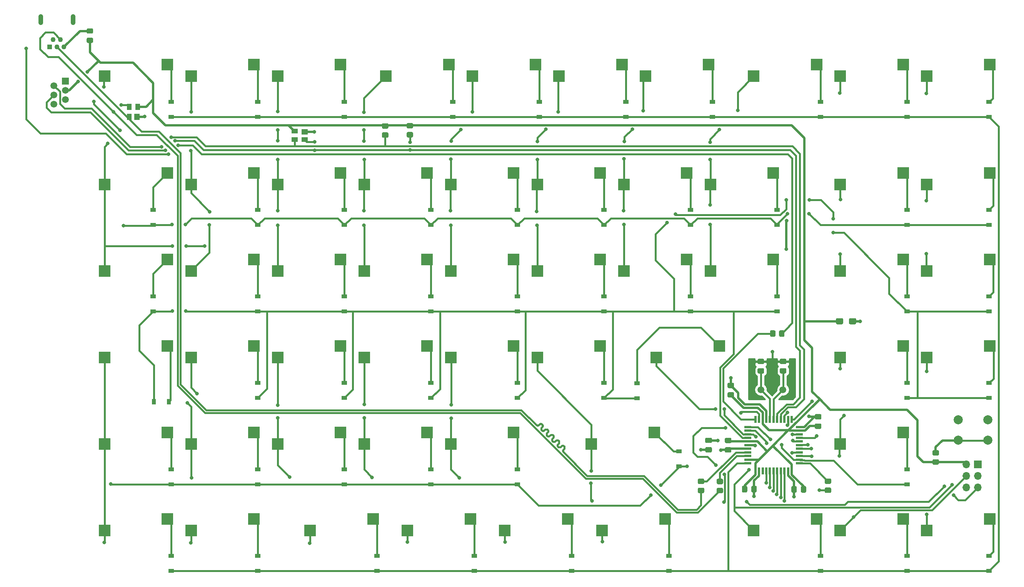
<source format=gbl>
G04 #@! TF.GenerationSoftware,KiCad,Pcbnew,5.1.12-1.fc34*
G04 #@! TF.CreationDate,2021-12-19T18:48:49+02:00*
G04 #@! TF.ProjectId,slash_right,736c6173-685f-4726-9967-68742e6b6963,rev?*
G04 #@! TF.SameCoordinates,Original*
G04 #@! TF.FileFunction,Copper,L2,Bot*
G04 #@! TF.FilePolarity,Positive*
%FSLAX46Y46*%
G04 Gerber Fmt 4.6, Leading zero omitted, Abs format (unit mm)*
G04 Created by KiCad (PCBNEW 5.1.12-1.fc34) date 2021-12-19 18:48:49*
%MOMM*%
%LPD*%
G01*
G04 APERTURE LIST*
G04 #@! TA.AperFunction,SMDPad,CuDef*
%ADD10R,2.550000X2.500000*%
G04 #@! TD*
G04 #@! TA.AperFunction,ComponentPad*
%ADD11C,1.500000*%
G04 #@! TD*
G04 #@! TA.AperFunction,SMDPad,CuDef*
%ADD12R,0.550000X1.500000*%
G04 #@! TD*
G04 #@! TA.AperFunction,SMDPad,CuDef*
%ADD13R,1.500000X0.550000*%
G04 #@! TD*
G04 #@! TA.AperFunction,ComponentPad*
%ADD14C,2.000000*%
G04 #@! TD*
G04 #@! TA.AperFunction,ComponentPad*
%ADD15O,1.100000X2.400000*%
G04 #@! TD*
G04 #@! TA.AperFunction,ComponentPad*
%ADD16C,1.100000*%
G04 #@! TD*
G04 #@! TA.AperFunction,ComponentPad*
%ADD17R,1.100000X1.100000*%
G04 #@! TD*
G04 #@! TA.AperFunction,ComponentPad*
%ADD18O,1.700000X1.700000*%
G04 #@! TD*
G04 #@! TA.AperFunction,ComponentPad*
%ADD19R,1.700000X1.700000*%
G04 #@! TD*
G04 #@! TA.AperFunction,ComponentPad*
%ADD20R,1.520000X1.520000*%
G04 #@! TD*
G04 #@! TA.AperFunction,ComponentPad*
%ADD21C,1.520000*%
G04 #@! TD*
G04 #@! TA.AperFunction,SMDPad,CuDef*
%ADD22R,1.200000X0.900000*%
G04 #@! TD*
G04 #@! TA.AperFunction,SMDPad,CuDef*
%ADD23R,0.900000X1.200000*%
G04 #@! TD*
G04 #@! TA.AperFunction,SMDPad,CuDef*
%ADD24R,1.400000X1.000000*%
G04 #@! TD*
G04 #@! TA.AperFunction,SMDPad,CuDef*
%ADD25R,1.400000X1.200000*%
G04 #@! TD*
G04 #@! TA.AperFunction,SMDPad,CuDef*
%ADD26R,1.000000X1.400000*%
G04 #@! TD*
G04 #@! TA.AperFunction,SMDPad,CuDef*
%ADD27R,1.200000X1.400000*%
G04 #@! TD*
G04 #@! TA.AperFunction,ViaPad*
%ADD28C,0.800000*%
G04 #@! TD*
G04 #@! TA.AperFunction,Conductor*
%ADD29C,0.500000*%
G04 #@! TD*
G04 #@! TA.AperFunction,Conductor*
%ADD30C,0.400000*%
G04 #@! TD*
G04 #@! TA.AperFunction,Conductor*
%ADD31C,0.254000*%
G04 #@! TD*
G04 #@! TA.AperFunction,Conductor*
%ADD32C,0.100000*%
G04 #@! TD*
G04 APERTURE END LIST*
D10*
X101593750Y-142722500D03*
X115443750Y-140182500D03*
G04 #@! TA.AperFunction,SMDPad,CuDef*
G36*
G01*
X194675000Y-111400000D02*
X193725000Y-111400000D01*
G75*
G02*
X193475000Y-111150000I0J250000D01*
G01*
X193475000Y-110475000D01*
G75*
G02*
X193725000Y-110225000I250000J0D01*
G01*
X194675000Y-110225000D01*
G75*
G02*
X194925000Y-110475000I0J-250000D01*
G01*
X194925000Y-111150000D01*
G75*
G02*
X194675000Y-111400000I-250000J0D01*
G01*
G37*
G04 #@! TD.AperFunction*
G04 #@! TA.AperFunction,SMDPad,CuDef*
G36*
G01*
X194675000Y-113475000D02*
X193725000Y-113475000D01*
G75*
G02*
X193475000Y-113225000I0J250000D01*
G01*
X193475000Y-112550000D01*
G75*
G02*
X193725000Y-112300000I250000J0D01*
G01*
X194675000Y-112300000D01*
G75*
G02*
X194925000Y-112550000I0J-250000D01*
G01*
X194925000Y-113225000D01*
G75*
G02*
X194675000Y-113475000I-250000J0D01*
G01*
G37*
G04 #@! TD.AperFunction*
G04 #@! TA.AperFunction,SMDPad,CuDef*
G36*
G01*
X200325000Y-107012500D02*
X201275000Y-107012500D01*
G75*
G02*
X201525000Y-107262500I0J-250000D01*
G01*
X201525000Y-107937500D01*
G75*
G02*
X201275000Y-108187500I-250000J0D01*
G01*
X200325000Y-108187500D01*
G75*
G02*
X200075000Y-107937500I0J250000D01*
G01*
X200075000Y-107262500D01*
G75*
G02*
X200325000Y-107012500I250000J0D01*
G01*
G37*
G04 #@! TD.AperFunction*
G04 #@! TA.AperFunction,SMDPad,CuDef*
G36*
G01*
X200325000Y-104937500D02*
X201275000Y-104937500D01*
G75*
G02*
X201525000Y-105187500I0J-250000D01*
G01*
X201525000Y-105862500D01*
G75*
G02*
X201275000Y-106112500I-250000J0D01*
G01*
X200325000Y-106112500D01*
G75*
G02*
X200075000Y-105862500I0J250000D01*
G01*
X200075000Y-105187500D01*
G75*
G02*
X200325000Y-104937500I250000J0D01*
G01*
G37*
G04 #@! TD.AperFunction*
D11*
X200800000Y-111750000D03*
X205680000Y-111750000D03*
D12*
X199600000Y-129650000D03*
X200400000Y-129650000D03*
X201200000Y-129650000D03*
X202000000Y-129650000D03*
X202800000Y-129650000D03*
X203600000Y-129650000D03*
X204400000Y-129650000D03*
X205200000Y-129650000D03*
X206000000Y-129650000D03*
X206800000Y-129650000D03*
X207600000Y-129650000D03*
D13*
X209300000Y-127950000D03*
X209300000Y-127150000D03*
X209300000Y-126350000D03*
X209300000Y-125550000D03*
X209300000Y-124750000D03*
X209300000Y-123950000D03*
X209300000Y-123150000D03*
X209300000Y-122350000D03*
X209300000Y-121550000D03*
X209300000Y-120750000D03*
X209300000Y-119950000D03*
D12*
X207600000Y-118250000D03*
X206800000Y-118250000D03*
X206000000Y-118250000D03*
X205200000Y-118250000D03*
X204400000Y-118250000D03*
X203600000Y-118250000D03*
X202800000Y-118250000D03*
X202000000Y-118250000D03*
X201200000Y-118250000D03*
X200400000Y-118250000D03*
X199600000Y-118250000D03*
D13*
X197900000Y-119950000D03*
X197900000Y-120750000D03*
X197900000Y-121550000D03*
X197900000Y-122350000D03*
X197900000Y-123150000D03*
X197900000Y-123950000D03*
X197900000Y-124750000D03*
X197900000Y-125550000D03*
X197900000Y-126350000D03*
X197900000Y-127150000D03*
X197900000Y-127950000D03*
D10*
X237325000Y-142722500D03*
X251175000Y-140182500D03*
X237325000Y-104622500D03*
X251175000Y-102082500D03*
X237325000Y-85572500D03*
X251175000Y-83032500D03*
X237325000Y-66522500D03*
X251175000Y-63982500D03*
X237325000Y-42710000D03*
X251175000Y-40170000D03*
X218275000Y-142722500D03*
X232125000Y-140182500D03*
X218275000Y-123672500D03*
X232125000Y-121132500D03*
X218275000Y-104622500D03*
X232125000Y-102082500D03*
X218275000Y-85572500D03*
X232125000Y-83032500D03*
X218275000Y-66522500D03*
X232125000Y-63982500D03*
X218275000Y-42710000D03*
X232125000Y-40170000D03*
X199225000Y-142722500D03*
X213075000Y-140182500D03*
X177793750Y-104622500D03*
X191643750Y-102082500D03*
X189700000Y-85572500D03*
X203550000Y-83032500D03*
X189700000Y-66522500D03*
X203550000Y-63982500D03*
X199225000Y-42710000D03*
X213075000Y-40170000D03*
X165887500Y-142722500D03*
X179737500Y-140182500D03*
X163506250Y-123672500D03*
X177356250Y-121132500D03*
X151600000Y-104622500D03*
X165450000Y-102082500D03*
X170650000Y-85572500D03*
X184500000Y-83032500D03*
X170650000Y-66522500D03*
X184500000Y-63982500D03*
X175412500Y-42710000D03*
X189262500Y-40170000D03*
X144456250Y-142722500D03*
X158306250Y-140182500D03*
X132550000Y-123672500D03*
X146400000Y-121132500D03*
X132550000Y-104622500D03*
X146400000Y-102082500D03*
X151600000Y-85572500D03*
X165450000Y-83032500D03*
X151600000Y-66522500D03*
X165450000Y-63982500D03*
X156362500Y-42710000D03*
X170212500Y-40170000D03*
X123025000Y-142722500D03*
X136875000Y-140182500D03*
X113500000Y-123672500D03*
X127350000Y-121132500D03*
X113500000Y-104622500D03*
X127350000Y-102082500D03*
X132550000Y-85572500D03*
X146400000Y-83032500D03*
X132550000Y-66522500D03*
X146400000Y-63982500D03*
X137312500Y-42710000D03*
X151162500Y-40170000D03*
X94450000Y-123672500D03*
X108300000Y-121132500D03*
X94450000Y-104622500D03*
X108300000Y-102082500D03*
X113500000Y-85572500D03*
X127350000Y-83032500D03*
X113500000Y-66522500D03*
X127350000Y-63982500D03*
X118262500Y-42710000D03*
X132112500Y-40170000D03*
X75400000Y-142722500D03*
X89250000Y-140182500D03*
X75400000Y-123672500D03*
X89250000Y-121132500D03*
X75400000Y-104622500D03*
X89250000Y-102082500D03*
X94450000Y-85572500D03*
X108300000Y-83032500D03*
X94450000Y-66522500D03*
X108300000Y-63982500D03*
X94450000Y-42710000D03*
X108300000Y-40170000D03*
X56350000Y-142722500D03*
X70200000Y-140182500D03*
X56350000Y-123672500D03*
X70200000Y-121132500D03*
X56350000Y-104622500D03*
X70200000Y-102082500D03*
X75400000Y-85572500D03*
X89250000Y-83032500D03*
X75400000Y-66522500D03*
X89250000Y-63982500D03*
X75400000Y-42710000D03*
X89250000Y-40170000D03*
X56350000Y-85572500D03*
X70200000Y-83032500D03*
X56350000Y-66522500D03*
X70200000Y-63982500D03*
X56350000Y-42710000D03*
X70200000Y-40170000D03*
D14*
X244230000Y-118400000D03*
X244230000Y-122900000D03*
X250730000Y-118400000D03*
X250730000Y-122900000D03*
G04 #@! TA.AperFunction,SMDPad,CuDef*
G36*
G01*
X117669999Y-55060000D02*
X118570001Y-55060000D01*
G75*
G02*
X118820000Y-55309999I0J-249999D01*
G01*
X118820000Y-56010001D01*
G75*
G02*
X118570001Y-56260000I-249999J0D01*
G01*
X117669999Y-56260000D01*
G75*
G02*
X117420000Y-56010001I0J249999D01*
G01*
X117420000Y-55309999D01*
G75*
G02*
X117669999Y-55060000I249999J0D01*
G01*
G37*
G04 #@! TD.AperFunction*
G04 #@! TA.AperFunction,SMDPad,CuDef*
G36*
G01*
X117669999Y-53060000D02*
X118570001Y-53060000D01*
G75*
G02*
X118820000Y-53309999I0J-249999D01*
G01*
X118820000Y-54010001D01*
G75*
G02*
X118570001Y-54260000I-249999J0D01*
G01*
X117669999Y-54260000D01*
G75*
G02*
X117420000Y-54010001I0J249999D01*
G01*
X117420000Y-53309999D01*
G75*
G02*
X117669999Y-53060000I249999J0D01*
G01*
G37*
G04 #@! TD.AperFunction*
G04 #@! TA.AperFunction,SMDPad,CuDef*
G36*
G01*
X123109999Y-55000000D02*
X124010001Y-55000000D01*
G75*
G02*
X124260000Y-55249999I0J-249999D01*
G01*
X124260000Y-55950001D01*
G75*
G02*
X124010001Y-56200000I-249999J0D01*
G01*
X123109999Y-56200000D01*
G75*
G02*
X122860000Y-55950001I0J249999D01*
G01*
X122860000Y-55249999D01*
G75*
G02*
X123109999Y-55000000I249999J0D01*
G01*
G37*
G04 #@! TD.AperFunction*
G04 #@! TA.AperFunction,SMDPad,CuDef*
G36*
G01*
X123109999Y-53000000D02*
X124010001Y-53000000D01*
G75*
G02*
X124260000Y-53249999I0J-249999D01*
G01*
X124260000Y-53950001D01*
G75*
G02*
X124010001Y-54200000I-249999J0D01*
G01*
X123109999Y-54200000D01*
G75*
G02*
X122860000Y-53950001I0J249999D01*
G01*
X122860000Y-53249999D01*
G75*
G02*
X123109999Y-53000000I249999J0D01*
G01*
G37*
G04 #@! TD.AperFunction*
G04 #@! TA.AperFunction,SMDPad,CuDef*
G36*
G01*
X204820000Y-99830001D02*
X204820000Y-98929999D01*
G75*
G02*
X205069999Y-98680000I249999J0D01*
G01*
X205770001Y-98680000D01*
G75*
G02*
X206020000Y-98929999I0J-249999D01*
G01*
X206020000Y-99830001D01*
G75*
G02*
X205770001Y-100080000I-249999J0D01*
G01*
X205069999Y-100080000D01*
G75*
G02*
X204820000Y-99830001I0J249999D01*
G01*
G37*
G04 #@! TD.AperFunction*
G04 #@! TA.AperFunction,SMDPad,CuDef*
G36*
G01*
X202820000Y-99830001D02*
X202820000Y-98929999D01*
G75*
G02*
X203069999Y-98680000I249999J0D01*
G01*
X203770001Y-98680000D01*
G75*
G02*
X204020000Y-98929999I0J-249999D01*
G01*
X204020000Y-99830001D01*
G75*
G02*
X203770001Y-100080000I-249999J0D01*
G01*
X203069999Y-100080000D01*
G75*
G02*
X202820000Y-99830001I0J249999D01*
G01*
G37*
G04 #@! TD.AperFunction*
G04 #@! TA.AperFunction,SMDPad,CuDef*
G36*
G01*
X216020001Y-132490000D02*
X215119999Y-132490000D01*
G75*
G02*
X214870000Y-132240001I0J249999D01*
G01*
X214870000Y-131539999D01*
G75*
G02*
X215119999Y-131290000I249999J0D01*
G01*
X216020001Y-131290000D01*
G75*
G02*
X216270000Y-131539999I0J-249999D01*
G01*
X216270000Y-132240001D01*
G75*
G02*
X216020001Y-132490000I-249999J0D01*
G01*
G37*
G04 #@! TD.AperFunction*
G04 #@! TA.AperFunction,SMDPad,CuDef*
G36*
G01*
X216020001Y-134490000D02*
X215119999Y-134490000D01*
G75*
G02*
X214870000Y-134240001I0J249999D01*
G01*
X214870000Y-133539999D01*
G75*
G02*
X215119999Y-133290000I249999J0D01*
G01*
X216020001Y-133290000D01*
G75*
G02*
X216270000Y-133539999I0J-249999D01*
G01*
X216270000Y-134240001D01*
G75*
G02*
X216020001Y-134490000I-249999J0D01*
G01*
G37*
G04 #@! TD.AperFunction*
G04 #@! TA.AperFunction,SMDPad,CuDef*
G36*
G01*
X191339999Y-133360000D02*
X192240001Y-133360000D01*
G75*
G02*
X192490000Y-133609999I0J-249999D01*
G01*
X192490000Y-134310001D01*
G75*
G02*
X192240001Y-134560000I-249999J0D01*
G01*
X191339999Y-134560000D01*
G75*
G02*
X191090000Y-134310001I0J249999D01*
G01*
X191090000Y-133609999D01*
G75*
G02*
X191339999Y-133360000I249999J0D01*
G01*
G37*
G04 #@! TD.AperFunction*
G04 #@! TA.AperFunction,SMDPad,CuDef*
G36*
G01*
X191339999Y-131360000D02*
X192240001Y-131360000D01*
G75*
G02*
X192490000Y-131609999I0J-249999D01*
G01*
X192490000Y-132310001D01*
G75*
G02*
X192240001Y-132560000I-249999J0D01*
G01*
X191339999Y-132560000D01*
G75*
G02*
X191090000Y-132310001I0J249999D01*
G01*
X191090000Y-131609999D01*
G75*
G02*
X191339999Y-131360000I249999J0D01*
G01*
G37*
G04 #@! TD.AperFunction*
G04 #@! TA.AperFunction,SMDPad,CuDef*
G36*
G01*
X187189999Y-133330000D02*
X188090001Y-133330000D01*
G75*
G02*
X188340000Y-133579999I0J-249999D01*
G01*
X188340000Y-134280001D01*
G75*
G02*
X188090001Y-134530000I-249999J0D01*
G01*
X187189999Y-134530000D01*
G75*
G02*
X186940000Y-134280001I0J249999D01*
G01*
X186940000Y-133579999D01*
G75*
G02*
X187189999Y-133330000I249999J0D01*
G01*
G37*
G04 #@! TD.AperFunction*
G04 #@! TA.AperFunction,SMDPad,CuDef*
G36*
G01*
X187189999Y-131330000D02*
X188090001Y-131330000D01*
G75*
G02*
X188340000Y-131579999I0J-249999D01*
G01*
X188340000Y-132280001D01*
G75*
G02*
X188090001Y-132530000I-249999J0D01*
G01*
X187189999Y-132530000D01*
G75*
G02*
X186940000Y-132280001I0J249999D01*
G01*
X186940000Y-131579999D01*
G75*
G02*
X187189999Y-131330000I249999J0D01*
G01*
G37*
G04 #@! TD.AperFunction*
G04 #@! TA.AperFunction,SMDPad,CuDef*
G36*
G01*
X239740001Y-126260000D02*
X238839999Y-126260000D01*
G75*
G02*
X238590000Y-126010001I0J249999D01*
G01*
X238590000Y-125309999D01*
G75*
G02*
X238839999Y-125060000I249999J0D01*
G01*
X239740001Y-125060000D01*
G75*
G02*
X239990000Y-125309999I0J-249999D01*
G01*
X239990000Y-126010001D01*
G75*
G02*
X239740001Y-126260000I-249999J0D01*
G01*
G37*
G04 #@! TD.AperFunction*
G04 #@! TA.AperFunction,SMDPad,CuDef*
G36*
G01*
X239740001Y-128260000D02*
X238839999Y-128260000D01*
G75*
G02*
X238590000Y-128010001I0J249999D01*
G01*
X238590000Y-127309999D01*
G75*
G02*
X238839999Y-127060000I249999J0D01*
G01*
X239740001Y-127060000D01*
G75*
G02*
X239990000Y-127309999I0J-249999D01*
G01*
X239990000Y-128010001D01*
G75*
G02*
X239740001Y-128260000I-249999J0D01*
G01*
G37*
G04 #@! TD.AperFunction*
D15*
X49390000Y-30210000D03*
X42290000Y-30210000D03*
D16*
X47440000Y-36210000D03*
X46640000Y-34610000D03*
X45840000Y-36210000D03*
X45040000Y-34610000D03*
D17*
X44240000Y-36210000D03*
D18*
X246050000Y-133280000D03*
X248590000Y-133280000D03*
X246050000Y-130740000D03*
X248590000Y-130740000D03*
X246050000Y-128200000D03*
D19*
X248590000Y-128200000D03*
D20*
X47770000Y-43740000D03*
D21*
X45230000Y-44760000D03*
X47770000Y-45780000D03*
X45230000Y-46800000D03*
X47770000Y-47820000D03*
X45230000Y-48840000D03*
G04 #@! TA.AperFunction,SMDPad,CuDef*
G36*
G01*
X53580001Y-33310000D02*
X52679999Y-33310000D01*
G75*
G02*
X52430000Y-33060001I0J249999D01*
G01*
X52430000Y-32409999D01*
G75*
G02*
X52679999Y-32160000I249999J0D01*
G01*
X53580001Y-32160000D01*
G75*
G02*
X53830000Y-32409999I0J-249999D01*
G01*
X53830000Y-33060001D01*
G75*
G02*
X53580001Y-33310000I-249999J0D01*
G01*
G37*
G04 #@! TD.AperFunction*
G04 #@! TA.AperFunction,SMDPad,CuDef*
G36*
G01*
X53580001Y-35360000D02*
X52679999Y-35360000D01*
G75*
G02*
X52430000Y-35110001I0J249999D01*
G01*
X52430000Y-34459999D01*
G75*
G02*
X52679999Y-34210000I249999J0D01*
G01*
X53580001Y-34210000D01*
G75*
G02*
X53830000Y-34459999I0J-249999D01*
G01*
X53830000Y-35110001D01*
G75*
G02*
X53580001Y-35360000I-249999J0D01*
G01*
G37*
G04 #@! TD.AperFunction*
D22*
X251028750Y-148375000D03*
X251028750Y-151675000D03*
X251028750Y-110275000D03*
X251028750Y-113575000D03*
X251028750Y-91225000D03*
X251028750Y-94525000D03*
X251028750Y-72175000D03*
X251028750Y-75475000D03*
X251028750Y-48362500D03*
X251028750Y-51662500D03*
X232978750Y-148375000D03*
X232978750Y-151675000D03*
X232978750Y-129325000D03*
X232978750Y-132625000D03*
X232978750Y-110275000D03*
X232978750Y-113575000D03*
X232978750Y-91225000D03*
X232978750Y-94525000D03*
X232978750Y-72175000D03*
X232978750Y-75475000D03*
X232978750Y-48362500D03*
X232978750Y-51662500D03*
X213928750Y-148375000D03*
X213928750Y-151675000D03*
X173580000Y-110340000D03*
X173580000Y-113640000D03*
X204403750Y-91225000D03*
X204403750Y-94525000D03*
X204403750Y-72175000D03*
X204403750Y-75475000D03*
X213928750Y-48362500D03*
X213928750Y-51662500D03*
X180591250Y-148375000D03*
X180591250Y-151675000D03*
X182760000Y-125340000D03*
X182760000Y-128640000D03*
X166303750Y-110275000D03*
X166303750Y-113575000D03*
X185353750Y-91225000D03*
X185353750Y-94525000D03*
X185353750Y-72175000D03*
X185353750Y-75475000D03*
X190116250Y-48362500D03*
X190116250Y-51662500D03*
X159160000Y-148375000D03*
X159160000Y-151675000D03*
X147253750Y-129325000D03*
X147253750Y-132625000D03*
X147253750Y-110275000D03*
X147253750Y-113575000D03*
X166303750Y-91225000D03*
X166303750Y-94525000D03*
X166303750Y-72175000D03*
X166303750Y-75475000D03*
X171066250Y-48362500D03*
X171066250Y-51662500D03*
X137728750Y-148375000D03*
X137728750Y-151675000D03*
X128203750Y-129325000D03*
X128203750Y-132625000D03*
X128203750Y-110275000D03*
X128203750Y-113575000D03*
X147253750Y-91225000D03*
X147253750Y-94525000D03*
X147253750Y-72175000D03*
X147253750Y-75475000D03*
X152016250Y-48362500D03*
X152016250Y-51662500D03*
X116297500Y-148375000D03*
X116297500Y-151675000D03*
X109153750Y-129325000D03*
X109153750Y-132625000D03*
X109153750Y-110275000D03*
X109153750Y-113575000D03*
X128203750Y-91225000D03*
X128203750Y-94525000D03*
X128203750Y-72175000D03*
X128203750Y-75475000D03*
X132966250Y-48362500D03*
X132966250Y-51662500D03*
X90103750Y-148375000D03*
X90103750Y-151675000D03*
X90103750Y-129325000D03*
X90103750Y-132625000D03*
X90103750Y-110275000D03*
X90103750Y-113575000D03*
X109153750Y-91225000D03*
X109153750Y-94525000D03*
X109153750Y-72175000D03*
X109153750Y-75475000D03*
X109153750Y-48362500D03*
X109153750Y-51662500D03*
X71053750Y-148375000D03*
X71053750Y-151675000D03*
X71053750Y-129325000D03*
X71053750Y-132625000D03*
D23*
X70490000Y-114400000D03*
X67190000Y-114400000D03*
D22*
X90103750Y-91225000D03*
X90103750Y-94525000D03*
X90103750Y-72175000D03*
X90103750Y-75475000D03*
X90103750Y-48362500D03*
X90103750Y-51662500D03*
X67053750Y-91225000D03*
X67053750Y-94525000D03*
X67053750Y-72175000D03*
X67053750Y-75475000D03*
X71053750Y-48362500D03*
X71053750Y-51662500D03*
D24*
X98170000Y-54760000D03*
X98170000Y-56660000D03*
X100370000Y-56660000D03*
D25*
X100370000Y-54940000D03*
D26*
X63670000Y-49450000D03*
X61770000Y-49450000D03*
X61770000Y-51650000D03*
D27*
X63490000Y-51650000D03*
G04 #@! TA.AperFunction,SMDPad,CuDef*
G36*
G01*
X193125000Y-124412500D02*
X194075000Y-124412500D01*
G75*
G02*
X194325000Y-124662500I0J-250000D01*
G01*
X194325000Y-125337500D01*
G75*
G02*
X194075000Y-125587500I-250000J0D01*
G01*
X193125000Y-125587500D01*
G75*
G02*
X192875000Y-125337500I0J250000D01*
G01*
X192875000Y-124662500D01*
G75*
G02*
X193125000Y-124412500I250000J0D01*
G01*
G37*
G04 #@! TD.AperFunction*
G04 #@! TA.AperFunction,SMDPad,CuDef*
G36*
G01*
X193125000Y-122337500D02*
X194075000Y-122337500D01*
G75*
G02*
X194325000Y-122587500I0J-250000D01*
G01*
X194325000Y-123262500D01*
G75*
G02*
X194075000Y-123512500I-250000J0D01*
G01*
X193125000Y-123512500D01*
G75*
G02*
X192875000Y-123262500I0J250000D01*
G01*
X192875000Y-122587500D01*
G75*
G02*
X193125000Y-122337500I250000J0D01*
G01*
G37*
G04 #@! TD.AperFunction*
G04 #@! TA.AperFunction,SMDPad,CuDef*
G36*
G01*
X208700000Y-133225000D02*
X208700000Y-134175000D01*
G75*
G02*
X208450000Y-134425000I-250000J0D01*
G01*
X207775000Y-134425000D01*
G75*
G02*
X207525000Y-134175000I0J250000D01*
G01*
X207525000Y-133225000D01*
G75*
G02*
X207775000Y-132975000I250000J0D01*
G01*
X208450000Y-132975000D01*
G75*
G02*
X208700000Y-133225000I0J-250000D01*
G01*
G37*
G04 #@! TD.AperFunction*
G04 #@! TA.AperFunction,SMDPad,CuDef*
G36*
G01*
X210775000Y-133225000D02*
X210775000Y-134175000D01*
G75*
G02*
X210525000Y-134425000I-250000J0D01*
G01*
X209850000Y-134425000D01*
G75*
G02*
X209600000Y-134175000I0J250000D01*
G01*
X209600000Y-133225000D01*
G75*
G02*
X209850000Y-132975000I250000J0D01*
G01*
X210525000Y-132975000D01*
G75*
G02*
X210775000Y-133225000I0J-250000D01*
G01*
G37*
G04 #@! TD.AperFunction*
G04 #@! TA.AperFunction,SMDPad,CuDef*
G36*
G01*
X213875000Y-118300000D02*
X212925000Y-118300000D01*
G75*
G02*
X212675000Y-118050000I0J250000D01*
G01*
X212675000Y-117375000D01*
G75*
G02*
X212925000Y-117125000I250000J0D01*
G01*
X213875000Y-117125000D01*
G75*
G02*
X214125000Y-117375000I0J-250000D01*
G01*
X214125000Y-118050000D01*
G75*
G02*
X213875000Y-118300000I-250000J0D01*
G01*
G37*
G04 #@! TD.AperFunction*
G04 #@! TA.AperFunction,SMDPad,CuDef*
G36*
G01*
X213875000Y-120375000D02*
X212925000Y-120375000D01*
G75*
G02*
X212675000Y-120125000I0J250000D01*
G01*
X212675000Y-119450000D01*
G75*
G02*
X212925000Y-119200000I250000J0D01*
G01*
X213875000Y-119200000D01*
G75*
G02*
X214125000Y-119450000I0J-250000D01*
G01*
X214125000Y-120125000D01*
G75*
G02*
X213875000Y-120375000I-250000J0D01*
G01*
G37*
G04 #@! TD.AperFunction*
G04 #@! TA.AperFunction,SMDPad,CuDef*
G36*
G01*
X198712500Y-134125000D02*
X198712500Y-133175000D01*
G75*
G02*
X198962500Y-132925000I250000J0D01*
G01*
X199637500Y-132925000D01*
G75*
G02*
X199887500Y-133175000I0J-250000D01*
G01*
X199887500Y-134125000D01*
G75*
G02*
X199637500Y-134375000I-250000J0D01*
G01*
X198962500Y-134375000D01*
G75*
G02*
X198712500Y-134125000I0J250000D01*
G01*
G37*
G04 #@! TD.AperFunction*
G04 #@! TA.AperFunction,SMDPad,CuDef*
G36*
G01*
X196637500Y-134125000D02*
X196637500Y-133175000D01*
G75*
G02*
X196887500Y-132925000I250000J0D01*
G01*
X197562500Y-132925000D01*
G75*
G02*
X197812500Y-133175000I0J-250000D01*
G01*
X197812500Y-134125000D01*
G75*
G02*
X197562500Y-134375000I-250000J0D01*
G01*
X196887500Y-134375000D01*
G75*
G02*
X196637500Y-134125000I0J250000D01*
G01*
G37*
G04 #@! TD.AperFunction*
G04 #@! TA.AperFunction,SMDPad,CuDef*
G36*
G01*
X188825000Y-124387500D02*
X189775000Y-124387500D01*
G75*
G02*
X190025000Y-124637500I0J-250000D01*
G01*
X190025000Y-125312500D01*
G75*
G02*
X189775000Y-125562500I-250000J0D01*
G01*
X188825000Y-125562500D01*
G75*
G02*
X188575000Y-125312500I0J250000D01*
G01*
X188575000Y-124637500D01*
G75*
G02*
X188825000Y-124387500I250000J0D01*
G01*
G37*
G04 #@! TD.AperFunction*
G04 #@! TA.AperFunction,SMDPad,CuDef*
G36*
G01*
X188825000Y-122312500D02*
X189775000Y-122312500D01*
G75*
G02*
X190025000Y-122562500I0J-250000D01*
G01*
X190025000Y-123237500D01*
G75*
G02*
X189775000Y-123487500I-250000J0D01*
G01*
X188825000Y-123487500D01*
G75*
G02*
X188575000Y-123237500I0J250000D01*
G01*
X188575000Y-122562500D01*
G75*
G02*
X188825000Y-122312500I250000J0D01*
G01*
G37*
G04 #@! TD.AperFunction*
G04 #@! TA.AperFunction,SMDPad,CuDef*
G36*
G01*
X206175000Y-106100000D02*
X205225000Y-106100000D01*
G75*
G02*
X204975000Y-105850000I0J250000D01*
G01*
X204975000Y-105175000D01*
G75*
G02*
X205225000Y-104925000I250000J0D01*
G01*
X206175000Y-104925000D01*
G75*
G02*
X206425000Y-105175000I0J-250000D01*
G01*
X206425000Y-105850000D01*
G75*
G02*
X206175000Y-106100000I-250000J0D01*
G01*
G37*
G04 #@! TD.AperFunction*
G04 #@! TA.AperFunction,SMDPad,CuDef*
G36*
G01*
X206175000Y-108175000D02*
X205225000Y-108175000D01*
G75*
G02*
X204975000Y-107925000I0J250000D01*
G01*
X204975000Y-107250000D01*
G75*
G02*
X205225000Y-107000000I250000J0D01*
G01*
X206175000Y-107000000D01*
G75*
G02*
X206425000Y-107250000I0J-250000D01*
G01*
X206425000Y-107925000D01*
G75*
G02*
X206175000Y-108175000I-250000J0D01*
G01*
G37*
G04 #@! TD.AperFunction*
G04 #@! TA.AperFunction,SMDPad,CuDef*
G36*
G01*
X220210000Y-97085001D02*
X220210000Y-96234999D01*
G75*
G02*
X220459999Y-95985000I249999J0D01*
G01*
X221535001Y-95985000D01*
G75*
G02*
X221785000Y-96234999I0J-249999D01*
G01*
X221785000Y-97085001D01*
G75*
G02*
X221535001Y-97335000I-249999J0D01*
G01*
X220459999Y-97335000D01*
G75*
G02*
X220210000Y-97085001I0J249999D01*
G01*
G37*
G04 #@! TD.AperFunction*
G04 #@! TA.AperFunction,SMDPad,CuDef*
G36*
G01*
X217335000Y-97085001D02*
X217335000Y-96234999D01*
G75*
G02*
X217584999Y-95985000I249999J0D01*
G01*
X218660001Y-95985000D01*
G75*
G02*
X218910000Y-96234999I0J-249999D01*
G01*
X218910000Y-97085001D01*
G75*
G02*
X218660001Y-97335000I-249999J0D01*
G01*
X217584999Y-97335000D01*
G75*
G02*
X217335000Y-97085001I0J249999D01*
G01*
G37*
G04 #@! TD.AperFunction*
D28*
X206390000Y-80760000D03*
X206500000Y-74540000D03*
X208090000Y-135300000D03*
X199320000Y-135250000D03*
X191970000Y-125020000D03*
X187640000Y-124950000D03*
X65220000Y-51580000D03*
X213710000Y-133870000D03*
X194180000Y-109140000D03*
X203360000Y-103390000D03*
X102480000Y-54930000D03*
X211430000Y-117610000D03*
X222700000Y-96660000D03*
X50499314Y-43860686D03*
X52600000Y-41770000D03*
X199570000Y-124050000D03*
X191360000Y-122930000D03*
X58360000Y-50550000D03*
X60010000Y-48990000D03*
X68930000Y-58250000D03*
X71010000Y-56120000D03*
X69710000Y-59010000D03*
X71880000Y-56930010D03*
X102570000Y-59010000D03*
X102560000Y-57140000D03*
X123570000Y-57250000D03*
X123560000Y-58970000D03*
X196380000Y-116810000D03*
X193030000Y-120130000D03*
X190880000Y-128370000D03*
X192775000Y-130380000D03*
X192710000Y-136520000D03*
X197720000Y-136380000D03*
X241200000Y-132990000D03*
X243200000Y-134990000D03*
X39110000Y-36580000D03*
X70460000Y-59870000D03*
X72520000Y-57900000D03*
X178800000Y-132730000D03*
X176570000Y-134930000D03*
X71180000Y-75400000D03*
X74160000Y-75340000D03*
X206640000Y-73030000D03*
X211430000Y-72970000D03*
X205420000Y-123850000D03*
X184560000Y-128610000D03*
X57740000Y-132530000D03*
X60520000Y-75620000D03*
X71300000Y-94420000D03*
X74220000Y-94420000D03*
X180160000Y-74930000D03*
X211460000Y-69910000D03*
X206380000Y-69910000D03*
X216750000Y-74080000D03*
X216750000Y-77170000D03*
X181980000Y-73110000D03*
X94480000Y-61020000D03*
X94480000Y-56870000D03*
X94480000Y-54550000D03*
X94480000Y-50460000D03*
X94490000Y-75550000D03*
X94460000Y-72340000D03*
X212074396Y-114296976D03*
X75340000Y-59090000D03*
X75400000Y-50570000D03*
X79506166Y-72540000D03*
X79440000Y-75480000D03*
X206630000Y-119600000D03*
X113500000Y-61080000D03*
X113440000Y-56980000D03*
X113440000Y-54550000D03*
X113440000Y-50620000D03*
X113470000Y-75530000D03*
X113470000Y-72290000D03*
X207790000Y-121600000D03*
X57090000Y-57480000D03*
X56210000Y-45090000D03*
X59750000Y-54610000D03*
X54000000Y-48250000D03*
X71240000Y-80100000D03*
X74310000Y-80100000D03*
X78370000Y-80100000D03*
X206669957Y-116749957D03*
X56300000Y-145370000D03*
X206000000Y-136250000D03*
X75340000Y-145450000D03*
X205200000Y-135500000D03*
X75470000Y-131140000D03*
X74600000Y-114660000D03*
X76720000Y-112610000D03*
X101530000Y-145530000D03*
X204300010Y-134760714D03*
X97070000Y-130960000D03*
X94510000Y-115170000D03*
X94510000Y-117950000D03*
X132580000Y-60970000D03*
X132630000Y-56980000D03*
X134740000Y-54440000D03*
X137280000Y-50570000D03*
X132570000Y-75530000D03*
X132520000Y-72350000D03*
X213085686Y-121955686D03*
X122970000Y-145330000D03*
X203500000Y-134000000D03*
X115250000Y-131050000D03*
X113530000Y-114950000D03*
X113530000Y-117950000D03*
X151630000Y-61040000D03*
X151630000Y-57060000D03*
X153460000Y-54360000D03*
X156170000Y-50530000D03*
X151540000Y-75490000D03*
X151470000Y-72450000D03*
X207830000Y-122930000D03*
X144490000Y-145280000D03*
X202750000Y-133250000D03*
X134400000Y-131140000D03*
X132630000Y-118020000D03*
X132630000Y-115100000D03*
X170660000Y-60890000D03*
X170740000Y-57060000D03*
X172500000Y-54340000D03*
X174880000Y-50290000D03*
X170640000Y-75360000D03*
X170610000Y-72350000D03*
X211180000Y-123890000D03*
X165890000Y-145220000D03*
X202000000Y-132250000D03*
X163460000Y-129650000D03*
X163380000Y-132370000D03*
X163640000Y-136230000D03*
X189640000Y-61020000D03*
X189640000Y-57260000D03*
X191690000Y-54490000D03*
X195730000Y-50240000D03*
X189650000Y-75400000D03*
X189650000Y-71080000D03*
X211882003Y-124690000D03*
X190840000Y-116040000D03*
X192759974Y-115990024D03*
X199700000Y-122130000D03*
X198150000Y-129410000D03*
X242890000Y-132690000D03*
X218310000Y-69820000D03*
X218210000Y-46430000D03*
X218270000Y-81840000D03*
X207680000Y-125640000D03*
X202070000Y-123580000D03*
X218100000Y-126370000D03*
X218240000Y-107120000D03*
X221208750Y-139788750D03*
X219110000Y-117480000D03*
X237250000Y-46450000D03*
X237250000Y-70100000D03*
X237250000Y-81790000D03*
X211960000Y-126440000D03*
X237320000Y-107680000D03*
X237320000Y-139200000D03*
X202930000Y-122710000D03*
D29*
X206390000Y-80760000D02*
X206390000Y-74650000D01*
X206390000Y-74650000D02*
X206500000Y-74540000D01*
X209300000Y-119950000D02*
X210350000Y-119950000D01*
X212587500Y-117712500D02*
X213400000Y-117712500D01*
X210350000Y-119950000D02*
X212587500Y-117712500D01*
X208090000Y-133677500D02*
X208112500Y-133700000D01*
X208090000Y-131930000D02*
X208090000Y-133677500D01*
X206800000Y-130640000D02*
X208090000Y-131930000D01*
X206800000Y-129650000D02*
X206800000Y-130640000D01*
X199320000Y-133630000D02*
X199300000Y-133650000D01*
X199320000Y-131780000D02*
X199320000Y-133630000D01*
X200400000Y-130700000D02*
X199320000Y-131780000D01*
X200400000Y-129650000D02*
X200400000Y-130700000D01*
X208112500Y-135277500D02*
X208090000Y-135300000D01*
X208112500Y-133700000D02*
X208112500Y-135277500D01*
X199300000Y-135230000D02*
X199320000Y-135250000D01*
X199300000Y-133650000D02*
X199300000Y-135230000D01*
X193850000Y-124750000D02*
X197900000Y-124750000D01*
X193600000Y-125000000D02*
X193850000Y-124750000D01*
X191990000Y-125000000D02*
X191970000Y-125020000D01*
X193600000Y-125000000D02*
X191990000Y-125000000D01*
X187665000Y-124975000D02*
X187640000Y-124950000D01*
X189300000Y-124975000D02*
X187665000Y-124975000D01*
X65150000Y-51650000D02*
X65220000Y-51580000D01*
X63490000Y-51650000D02*
X65150000Y-51650000D01*
D30*
X213730000Y-133890000D02*
X213710000Y-133870000D01*
X215570000Y-133890000D02*
X213730000Y-133890000D01*
D29*
X195840000Y-112452500D02*
X194200000Y-110812500D01*
X195840000Y-113570000D02*
X195840000Y-112452500D01*
X197260000Y-114990000D02*
X195840000Y-113570000D01*
X200540000Y-114990000D02*
X197260000Y-114990000D01*
X202000000Y-116450000D02*
X200540000Y-114990000D01*
X202000000Y-118250000D02*
X202000000Y-116450000D01*
X194200000Y-109160000D02*
X194180000Y-109140000D01*
X194200000Y-110812500D02*
X194200000Y-109160000D01*
D30*
X203360000Y-103390000D02*
X203360000Y-105300000D01*
D29*
X102470000Y-54940000D02*
X102480000Y-54930000D01*
X100370000Y-54940000D02*
X102470000Y-54940000D01*
X211532500Y-117712500D02*
X211430000Y-117610000D01*
X213400000Y-117712500D02*
X211532500Y-117712500D01*
X220997500Y-96660000D02*
X222700000Y-96660000D01*
X210550000Y-120750000D02*
X211530000Y-119770000D01*
X209300000Y-120750000D02*
X210550000Y-120750000D01*
X213382500Y-119770000D02*
X213400000Y-119787500D01*
X211530000Y-119770000D02*
X213382500Y-119770000D01*
X210187500Y-133037538D02*
X210187500Y-133700000D01*
X207600000Y-130450038D02*
X210187500Y-133037538D01*
X207600000Y-129650000D02*
X207600000Y-130450038D01*
X199600000Y-129650000D02*
X199600000Y-130490000D01*
X197225000Y-132865000D02*
X197225000Y-133650000D01*
X199600000Y-130490000D02*
X197225000Y-132865000D01*
X193825000Y-123150000D02*
X197900000Y-123150000D01*
X193600000Y-122925000D02*
X193825000Y-123150000D01*
X245510000Y-127660000D02*
X246050000Y-128200000D01*
X239290000Y-127660000D02*
X245510000Y-127660000D01*
X67080000Y-50820000D02*
X69750000Y-53490000D01*
X62640000Y-39730000D02*
X67080000Y-44170000D01*
X55470000Y-39730000D02*
X62640000Y-39730000D01*
X53130000Y-34785000D02*
X53130000Y-37390000D01*
X67080000Y-47880000D02*
X67080000Y-50820000D01*
X67080000Y-44170000D02*
X67080000Y-47880000D01*
X65510000Y-49450000D02*
X67080000Y-47880000D01*
X63670000Y-49450000D02*
X65510000Y-49450000D01*
X98120000Y-54760000D02*
X96850000Y-53490000D01*
X98170000Y-54760000D02*
X98120000Y-54760000D01*
X69750000Y-53490000D02*
X96850000Y-53490000D01*
X207600000Y-129510000D02*
X207570000Y-129480000D01*
X207600000Y-129650000D02*
X207600000Y-129510000D01*
X207570000Y-120750000D02*
X207070000Y-120750000D01*
X209300000Y-120750000D02*
X207570000Y-120750000D01*
X239290000Y-127660000D02*
X236570000Y-127660000D01*
X236570000Y-127660000D02*
X235310000Y-126400000D01*
X235310000Y-126400000D02*
X235310000Y-118460000D01*
X235310000Y-118460000D02*
X233010000Y-116160000D01*
X216070000Y-116160000D02*
X213730000Y-113820000D01*
X233010000Y-116160000D02*
X216070000Y-116160000D01*
X201200000Y-116790000D02*
X201200000Y-118250000D01*
X200170000Y-115760000D02*
X201200000Y-116790000D01*
X197000000Y-115760000D02*
X200170000Y-115760000D01*
X194200000Y-112960000D02*
X197000000Y-115760000D01*
X194200000Y-112887500D02*
X194200000Y-112960000D01*
X48580000Y-45780000D02*
X50499314Y-43860686D01*
X47770000Y-45780000D02*
X48580000Y-45780000D01*
X55025000Y-39345000D02*
X55085000Y-39345000D01*
X52600000Y-41770000D02*
X55025000Y-39345000D01*
X55085000Y-39345000D02*
X55470000Y-39730000D01*
X53130000Y-37390000D02*
X55085000Y-39345000D01*
X207600000Y-128230000D02*
X207600000Y-129650000D01*
X203460000Y-124090000D02*
X207600000Y-128230000D01*
X199600000Y-127950000D02*
X199600000Y-129650000D01*
X200400000Y-127150000D02*
X200745000Y-126805000D01*
X197900000Y-127150000D02*
X200400000Y-127150000D01*
X200745000Y-126805000D02*
X199600000Y-127950000D01*
X202609998Y-120695000D02*
X206855000Y-120695000D01*
X201200000Y-119285002D02*
X202609998Y-120695000D01*
X206855000Y-120695000D02*
X203460000Y-124090000D01*
X201200000Y-118250000D02*
X201200000Y-119285002D01*
X202190000Y-125360000D02*
X200745000Y-126805000D01*
X203460000Y-124090000D02*
X202190000Y-125360000D01*
X202190000Y-125301998D02*
X202190000Y-125360000D01*
X200038002Y-123150000D02*
X202190000Y-125301998D01*
X197900000Y-123150000D02*
X200038002Y-123150000D01*
X213730000Y-113820000D02*
X213730000Y-113848525D01*
X213730000Y-113848525D02*
X206883525Y-120695000D01*
X206883525Y-120695000D02*
X206855000Y-120695000D01*
X207560000Y-53490000D02*
X96850000Y-53490000D01*
X210370000Y-56300000D02*
X207560000Y-53490000D01*
X212100000Y-102550000D02*
X210370000Y-100820000D01*
X212100000Y-112190000D02*
X212100000Y-102550000D01*
X213730000Y-113820000D02*
X212100000Y-112190000D01*
X210410000Y-96660000D02*
X210370000Y-96700000D01*
X218122500Y-96660000D02*
X210410000Y-96660000D01*
X210370000Y-96700000D02*
X210370000Y-56300000D01*
X210370000Y-100820000D02*
X210370000Y-96700000D01*
D30*
X203600000Y-113830000D02*
X203600000Y-118250000D01*
X205680000Y-111750000D02*
X203600000Y-113830000D01*
X205700000Y-111730000D02*
X205680000Y-111750000D01*
X205700000Y-107587500D02*
X205700000Y-111730000D01*
X202800000Y-113750000D02*
X202800000Y-118250000D01*
X200800000Y-111750000D02*
X202800000Y-113750000D01*
X200800000Y-107600000D02*
X200800000Y-111750000D01*
D29*
X197900000Y-123950000D02*
X199580000Y-123950000D01*
X189330000Y-122930000D02*
X189300000Y-122900000D01*
X191360000Y-122930000D02*
X189330000Y-122930000D01*
D30*
X45090000Y-33060000D02*
X46640000Y-34610000D01*
X42140000Y-34290000D02*
X43370000Y-33060000D01*
X42140000Y-36720000D02*
X42140000Y-34290000D01*
X191790000Y-133960000D02*
X186935000Y-138815000D01*
X182285380Y-138815000D02*
X174815380Y-131345000D01*
X186935000Y-138815000D02*
X182285380Y-138815000D01*
X174815380Y-131345000D02*
X162295380Y-131345000D01*
X43370000Y-33060000D02*
X45090000Y-33060000D01*
X72435000Y-60245000D02*
X67840000Y-55650000D01*
X147815380Y-116865000D02*
X78485380Y-116865000D01*
X67840000Y-55650000D02*
X63420000Y-55650000D01*
X162295380Y-131345000D02*
X147815380Y-116865000D01*
X43895000Y-38475000D02*
X42140000Y-36720000D01*
X78485380Y-116865000D02*
X72435000Y-110814620D01*
X72435000Y-110814620D02*
X72435000Y-60245000D01*
X46245000Y-38475000D02*
X43895000Y-38475000D01*
X58360000Y-50590000D02*
X58360000Y-50550000D01*
X63420000Y-55650000D02*
X58360000Y-50590000D01*
X58360000Y-50590000D02*
X46245000Y-38475000D01*
X61310000Y-48990000D02*
X61770000Y-49450000D01*
X60010000Y-48990000D02*
X61310000Y-48990000D01*
X47455000Y-37825000D02*
X45840000Y-36210000D01*
X61770000Y-51650000D02*
X61770000Y-51700000D01*
X61550000Y-51920000D02*
X47455000Y-37825000D01*
X61770000Y-51700000D02*
X61550000Y-51920000D01*
X187640000Y-137190761D02*
X187640000Y-133930000D01*
X182554620Y-138165000D02*
X186665761Y-138165000D01*
X175084620Y-130695000D02*
X182554620Y-138165000D01*
X162564620Y-130695000D02*
X175084620Y-130695000D01*
X157360215Y-125490595D02*
X162564620Y-130695000D01*
X157259584Y-125330442D02*
X157300875Y-125416186D01*
X157238405Y-125237658D02*
X157259584Y-125330442D01*
X157238405Y-125142488D02*
X157238405Y-125237658D01*
X157300876Y-124963960D02*
X157259583Y-125049704D01*
X157360213Y-124889552D02*
X157300876Y-124963960D01*
X157524866Y-124709831D02*
X157465530Y-124784238D01*
X157587337Y-124531303D02*
X157566160Y-124624086D01*
X157587337Y-124436133D02*
X157587337Y-124531303D01*
X157566159Y-124343348D02*
X157587337Y-124436133D01*
X157524866Y-124257603D02*
X157566159Y-124343348D01*
X157465530Y-124183198D02*
X157524866Y-124257603D01*
X157305378Y-124082568D02*
X157391122Y-124123859D01*
X157117424Y-124061389D02*
X157212594Y-124061389D01*
X157024640Y-124082567D02*
X157117424Y-124061389D01*
X156864488Y-124183197D02*
X156938896Y-124123860D01*
X156599022Y-124389144D02*
X156684767Y-124347850D01*
X156506239Y-124410321D02*
X156599022Y-124389144D01*
X156411069Y-124410321D02*
X156506239Y-124410321D01*
X155161998Y-122219924D02*
X155120704Y-122305669D01*
X153699135Y-120476325D02*
X153784879Y-120517616D01*
X157212594Y-124061389D02*
X157305378Y-124082568D01*
X153418397Y-120476324D02*
X153511181Y-120455146D01*
X153981094Y-120829890D02*
X153981094Y-120925060D01*
X152404270Y-119253065D02*
X152497054Y-119274244D01*
X153606351Y-120455146D02*
X153699135Y-120476325D01*
X153981094Y-120925060D02*
X153959917Y-121017843D01*
X153511181Y-120455146D02*
X153606351Y-120455146D01*
X151950850Y-119480190D02*
X152056164Y-119374873D01*
X153332653Y-120517617D02*
X153418397Y-120476324D01*
X153258245Y-120576954D02*
X153332653Y-120517617D01*
X154986960Y-121719697D02*
X155061368Y-121779036D01*
X156318284Y-124389143D02*
X156411069Y-124410321D01*
X152899996Y-120804078D02*
X152992779Y-120782901D01*
X152626296Y-120741607D02*
X152712041Y-120782900D01*
X153784879Y-120517616D02*
X153859287Y-120576955D01*
X157566160Y-124624086D02*
X157524866Y-124709831D01*
X153078524Y-120741607D02*
X153152931Y-120682271D01*
X152757835Y-119535024D02*
X152779013Y-119627809D01*
X152451260Y-120522118D02*
X152492551Y-120607862D01*
X154896713Y-123012024D02*
X154956053Y-123086433D01*
X153859287Y-120576955D02*
X153918623Y-120651360D01*
X152430081Y-120429334D02*
X152451260Y-120522118D01*
X152430081Y-120334164D02*
X152430081Y-120429334D01*
X152779013Y-119627809D02*
X152779013Y-119722979D01*
X152992779Y-120782901D02*
X153078524Y-120741607D01*
X152451259Y-120241380D02*
X152430081Y-120334164D01*
X151697915Y-119601997D02*
X151790698Y-119580820D01*
X153918623Y-121103588D02*
X153859287Y-121177995D01*
X156189041Y-122921778D02*
X156263449Y-122981117D01*
X156759174Y-124288514D02*
X156864488Y-124183197D01*
X152492552Y-120155636D02*
X152451259Y-120241380D01*
X156938896Y-124123860D02*
X157024640Y-124082567D01*
X151602745Y-119601997D02*
X151697915Y-119601997D01*
X156010513Y-122859308D02*
X156103297Y-122880487D01*
X152779013Y-119722979D02*
X152757836Y-119815762D01*
X157300875Y-125416186D02*
X157360215Y-125490595D01*
X151424215Y-119539526D02*
X151509960Y-119580819D01*
X78754620Y-116215000D02*
X148084620Y-116215000D01*
X151509960Y-119580819D02*
X151602745Y-119601997D01*
X157391122Y-124123859D02*
X157465530Y-124183198D01*
X153753972Y-121884352D02*
X153828377Y-121943688D01*
X155482686Y-123145769D02*
X155557093Y-123086433D01*
X152804826Y-120804078D02*
X152899996Y-120804078D01*
X154855421Y-122645542D02*
X154834243Y-122738326D01*
X186665761Y-138165000D02*
X187640000Y-137190761D01*
X152492551Y-120607862D02*
X152551891Y-120682271D01*
X151349810Y-119480190D02*
X151424215Y-119539526D01*
X152757836Y-119815762D02*
X152716542Y-119901507D01*
X156322785Y-123055522D02*
X156364078Y-123141267D01*
X153828377Y-121943688D02*
X153914122Y-121984981D01*
X152497054Y-119274244D02*
X152582798Y-119315535D01*
X68350000Y-54910000D02*
X73085000Y-59645000D01*
X154355012Y-121884352D02*
X154460326Y-121779035D01*
X155396941Y-123187063D02*
X155482686Y-123145769D01*
X73085000Y-59645000D02*
X73085000Y-110545380D01*
X152716542Y-119901507D02*
X152657206Y-119975914D01*
X148084620Y-116215000D02*
X151349810Y-119480190D01*
X152056164Y-119374873D02*
X152130572Y-119315536D01*
X155120704Y-121853441D02*
X155161997Y-121939186D01*
X154808432Y-121657227D02*
X154901216Y-121678406D01*
X155161997Y-121939186D02*
X155183175Y-122031971D01*
X152130572Y-119315536D02*
X152216316Y-119274243D01*
X156684767Y-124347850D02*
X156759174Y-124288514D01*
X152712041Y-120782900D02*
X152804826Y-120804078D01*
X154956051Y-122485390D02*
X154896714Y-122559798D01*
X154834243Y-122833496D02*
X154855422Y-122926280D01*
X153959917Y-121017843D02*
X153918623Y-121103588D01*
X153959916Y-120737105D02*
X153981094Y-120829890D01*
X156158134Y-124288514D02*
X156232539Y-124347850D01*
X152582798Y-119315535D02*
X152657206Y-119374874D01*
X152216316Y-119274243D02*
X152309100Y-119253065D01*
X155061368Y-122380076D02*
X154956051Y-122485390D01*
X152309100Y-119253065D02*
X152404270Y-119253065D01*
X156385256Y-123234052D02*
X156385256Y-123329222D01*
X152657206Y-119374874D02*
X152716542Y-119449279D01*
X156385256Y-123329222D02*
X156364079Y-123422005D01*
X153152931Y-120682271D02*
X153258245Y-120576954D01*
X154534734Y-121719698D02*
X154620478Y-121678405D01*
X153859287Y-121177995D02*
X153753970Y-121283309D01*
X153694632Y-121809943D02*
X153753972Y-121884352D01*
X155061368Y-121779036D02*
X155120704Y-121853441D01*
X155822559Y-122880486D02*
X155915343Y-122859308D01*
X61550000Y-51920000D02*
X64540000Y-54910000D01*
X153694633Y-121357717D02*
X153653340Y-121443461D01*
X153653340Y-121443461D02*
X153632162Y-121536245D01*
X155116203Y-123187062D02*
X155208988Y-123208240D01*
X153632162Y-121536245D02*
X153632162Y-121631415D01*
X152657206Y-119975914D02*
X152551889Y-120081228D01*
X153632162Y-121631415D02*
X153653341Y-121724199D01*
X157259583Y-125049704D02*
X157238405Y-125142488D01*
X155662407Y-122981116D02*
X155736815Y-122921779D01*
X153918623Y-120651360D02*
X153959916Y-120737105D01*
X153653341Y-121724199D02*
X153694632Y-121809943D01*
X155208988Y-123208240D02*
X155304158Y-123208240D01*
X153914122Y-121984981D02*
X154006907Y-122006159D01*
X154102077Y-122006159D02*
X154194860Y-121984982D01*
X154460326Y-121779035D02*
X154534734Y-121719698D01*
X154901216Y-121678406D02*
X154986960Y-121719697D01*
X154194860Y-121984982D02*
X154280605Y-121943688D01*
X154280605Y-121943688D02*
X154355012Y-121884352D01*
X154620478Y-121678405D02*
X154713262Y-121657227D01*
X157465530Y-124784238D02*
X157360213Y-124889552D01*
X152716542Y-119449279D02*
X152757835Y-119535024D01*
X154713262Y-121657227D02*
X154808432Y-121657227D01*
X155183175Y-122031971D02*
X155183175Y-122127141D01*
X155183175Y-122127141D02*
X155161998Y-122219924D01*
X155120704Y-122305669D02*
X155061368Y-122380076D01*
X154896714Y-122559798D02*
X154855421Y-122645542D01*
X154855422Y-122926280D02*
X154896713Y-123012024D01*
X154956053Y-123086433D02*
X155030458Y-123145769D01*
X152551889Y-120081228D02*
X152492552Y-120155636D01*
X155030458Y-123145769D02*
X155116203Y-123187062D01*
X155304158Y-123208240D02*
X155396941Y-123187063D01*
X154006907Y-122006159D02*
X154102077Y-122006159D01*
X155557093Y-123086433D02*
X155662407Y-122981116D01*
X154834243Y-122738326D02*
X154834243Y-122833496D01*
X155736815Y-122921779D02*
X155822559Y-122880486D01*
X64540000Y-54910000D02*
X68350000Y-54910000D01*
X155915343Y-122859308D02*
X156010513Y-122859308D01*
X156103297Y-122880487D02*
X156189041Y-122921778D01*
X73085000Y-110545380D02*
X78754620Y-116215000D01*
X156263449Y-122981117D02*
X156322785Y-123055522D01*
X156364078Y-123141267D02*
X156385256Y-123234052D01*
X156057502Y-123847623D02*
X156036324Y-123940407D01*
X156364079Y-123422005D02*
X156322785Y-123507750D01*
X156098795Y-123761879D02*
X156057502Y-123847623D01*
X156232539Y-124347850D02*
X156318284Y-124389143D01*
X156322785Y-123507750D02*
X156263449Y-123582157D01*
X156036324Y-123940407D02*
X156036324Y-124035577D01*
X153753970Y-121283309D02*
X153694633Y-121357717D01*
X156263449Y-123582157D02*
X156158132Y-123687471D01*
X156036324Y-124035577D02*
X156057503Y-124128361D01*
X152551891Y-120682271D02*
X152626296Y-120741607D01*
X151790698Y-119580820D02*
X151876443Y-119539526D01*
X156158132Y-123687471D02*
X156098795Y-123761879D01*
X156057503Y-124128361D02*
X156098794Y-124214105D01*
X151876443Y-119539526D02*
X151950850Y-119480190D01*
X156098794Y-124214105D02*
X156158134Y-124288514D01*
X71010000Y-56120000D02*
X71020000Y-56130000D01*
X71020000Y-56130000D02*
X76590000Y-56130000D01*
X76590000Y-56130000D02*
X78580000Y-58120000D01*
X46520000Y-48740000D02*
X46520000Y-46050000D01*
X47573401Y-49793401D02*
X46520000Y-48740000D01*
X46520000Y-46050000D02*
X45230000Y-44760000D01*
X53453401Y-49793401D02*
X47573401Y-49793401D01*
X61960000Y-58300000D02*
X53453401Y-49793401D01*
X68880000Y-58300000D02*
X61960000Y-58300000D01*
X68930000Y-58250000D02*
X68880000Y-58300000D01*
X98170000Y-58070000D02*
X98120000Y-58120000D01*
X98170000Y-56660000D02*
X98170000Y-58070000D01*
X78580000Y-58120000D02*
X98120000Y-58120000D01*
X118120000Y-55660000D02*
X118120000Y-58090000D01*
X118120000Y-58090000D02*
X118090000Y-58120000D01*
X98120000Y-58120000D02*
X118090000Y-58120000D01*
X207730000Y-58120000D02*
X118090000Y-58120000D01*
X209390000Y-59780000D02*
X207730000Y-58120000D01*
X209390000Y-101990000D02*
X209390000Y-59780000D01*
X210270000Y-102870000D02*
X209390000Y-101990000D01*
X210270000Y-113810000D02*
X210270000Y-102870000D01*
X208490729Y-115589271D02*
X210270000Y-113810000D01*
X206699271Y-115589271D02*
X208490729Y-115589271D01*
X205200000Y-117088542D02*
X206699271Y-115589271D01*
X205200000Y-118250000D02*
X205200000Y-117088542D01*
X76120010Y-56930010D02*
X71880000Y-56930010D01*
X78160000Y-58970000D02*
X76120010Y-56930010D01*
X43580000Y-48450000D02*
X45230000Y-46800000D01*
X43580000Y-49620000D02*
X43580000Y-48450000D01*
X44600000Y-50640000D02*
X43580000Y-49620000D01*
X53210000Y-50640000D02*
X44600000Y-50640000D01*
X61620001Y-59050001D02*
X53210000Y-50640000D01*
X69314001Y-59050001D02*
X61620001Y-59050001D01*
X69354002Y-59010000D02*
X69314001Y-59050001D01*
X69710000Y-59010000D02*
X69354002Y-59010000D01*
X102610000Y-58970000D02*
X102570000Y-59010000D01*
X102610000Y-58970000D02*
X78160000Y-58970000D01*
X100850000Y-57140000D02*
X100370000Y-56660000D01*
X102560000Y-57140000D02*
X100850000Y-57140000D01*
X123560000Y-57240000D02*
X123570000Y-57250000D01*
X123560000Y-55600000D02*
X123560000Y-57240000D01*
X123560000Y-58970000D02*
X102610000Y-58970000D01*
X204400000Y-117040000D02*
X204400000Y-118250000D01*
X207890739Y-114989261D02*
X206450739Y-114989261D01*
X209390000Y-103160000D02*
X209390000Y-113490000D01*
X206450739Y-114989261D02*
X204400000Y-117040000D01*
X208480000Y-102250000D02*
X209390000Y-103160000D01*
X208480000Y-60230000D02*
X208480000Y-102250000D01*
X207220000Y-58970000D02*
X208480000Y-60230000D01*
X209390000Y-113490000D02*
X207890739Y-114989261D01*
X123560000Y-58970000D02*
X207220000Y-58970000D01*
D29*
X239290000Y-125660000D02*
X239290000Y-124360000D01*
X240740000Y-122910000D02*
X244290000Y-122910000D01*
X239290000Y-124360000D02*
X240740000Y-122910000D01*
D30*
X250790000Y-122910000D02*
X244290000Y-122910000D01*
X200400000Y-117100000D02*
X199900000Y-116600000D01*
X200400000Y-118250000D02*
X200400000Y-117100000D01*
X196590000Y-116600000D02*
X196380000Y-116810000D01*
X199900000Y-116600000D02*
X196590000Y-116600000D01*
X185940000Y-125610000D02*
X186839999Y-126509999D01*
X185940000Y-121930000D02*
X185940000Y-125610000D01*
X187740000Y-120130000D02*
X185940000Y-121930000D01*
X193030000Y-120130000D02*
X187740000Y-120130000D01*
X189019999Y-126509999D02*
X190880000Y-128370000D01*
X186839999Y-126509999D02*
X189019999Y-126509999D01*
X192775000Y-130380000D02*
X192890010Y-130495010D01*
X192890010Y-136339990D02*
X192710000Y-136520000D01*
X192890010Y-130495010D02*
X192890010Y-136339990D01*
X219289999Y-137050001D02*
X219920000Y-136420000D01*
X198390001Y-137050001D02*
X219289999Y-137050001D01*
X197720000Y-136380000D02*
X198390001Y-137050001D01*
X237770000Y-136420000D02*
X241200000Y-132990000D01*
X219920000Y-136420000D02*
X237770000Y-136420000D01*
X243200000Y-134990000D02*
X244280000Y-136070000D01*
X245800000Y-136070000D02*
X248590000Y-133280000D01*
X244280000Y-136070000D02*
X245800000Y-136070000D01*
X39110000Y-36580000D02*
X39110000Y-52140000D01*
X39110000Y-52140000D02*
X42260000Y-55290000D01*
X42260000Y-55290000D02*
X52550000Y-55290000D01*
X52550000Y-55290000D02*
X56610000Y-55290000D01*
X56610000Y-55290000D02*
X61220000Y-59900000D01*
X70430000Y-59900000D02*
X70460000Y-59870000D01*
X61220000Y-59900000D02*
X70430000Y-59900000D01*
X206970000Y-97830000D02*
X205420000Y-99380000D01*
X206970000Y-97710000D02*
X206970000Y-97830000D01*
X207630000Y-97050000D02*
X206970000Y-97710000D01*
X77740000Y-59890000D02*
X206760000Y-59890000D01*
X207630000Y-60760000D02*
X207630000Y-97050000D01*
X206760000Y-59890000D02*
X207630000Y-60760000D01*
X75750000Y-57900000D02*
X77740000Y-59890000D01*
X72520000Y-57900000D02*
X75750000Y-57900000D01*
X71053750Y-41023750D02*
X71053750Y-48362500D01*
X70200000Y-40170000D02*
X71053750Y-41023750D01*
X232978750Y-51662500D02*
X213928750Y-51662500D01*
X213928750Y-51662500D02*
X190116250Y-51662500D01*
X190116250Y-51662500D02*
X171066250Y-51662500D01*
X171066250Y-51662500D02*
X152016250Y-51662500D01*
X152016250Y-51662500D02*
X132966250Y-51662500D01*
X132966250Y-51662500D02*
X109153750Y-51662500D01*
X109153750Y-51662500D02*
X90103750Y-51662500D01*
X90103750Y-51662500D02*
X71053750Y-51662500D01*
X197900000Y-127950000D02*
X195540000Y-127950000D01*
X193575000Y-129915000D02*
X193575000Y-151675000D01*
X195540000Y-127950000D02*
X193575000Y-129915000D01*
X193575000Y-151675000D02*
X71053750Y-151675000D01*
X251028750Y-151675000D02*
X232978750Y-151675000D01*
X232978750Y-151675000D02*
X213928750Y-151675000D01*
X213928750Y-151675000D02*
X193575000Y-151675000D01*
X251028750Y-151675000D02*
X253160000Y-149543750D01*
X253160000Y-53793750D02*
X251028750Y-51662500D01*
X253160000Y-149543750D02*
X253160000Y-53793750D01*
X251028750Y-51662500D02*
X232978750Y-51662500D01*
X67053750Y-67128750D02*
X70200000Y-63982500D01*
X67053750Y-72175000D02*
X67053750Y-67128750D01*
X147253750Y-132625000D02*
X71053750Y-132625000D01*
X147253750Y-132625000D02*
X151878750Y-137250000D01*
X173585000Y-137250000D02*
X174250000Y-137250000D01*
X174250000Y-137250000D02*
X176570000Y-134930000D01*
X151878750Y-137250000D02*
X169460000Y-137250000D01*
X182760000Y-128770000D02*
X182760000Y-128640000D01*
X178800000Y-132730000D02*
X182760000Y-128770000D01*
X71105000Y-75475000D02*
X71180000Y-75400000D01*
X67053750Y-75475000D02*
X71105000Y-75475000D01*
X169460000Y-137250000D02*
X173585000Y-137250000D01*
X251028750Y-75475000D02*
X232978750Y-75475000D01*
X186858750Y-73970000D02*
X185353750Y-75475000D01*
X202898750Y-73970000D02*
X186858750Y-73970000D01*
X204403750Y-75475000D02*
X202898750Y-73970000D01*
X167778750Y-74000000D02*
X166303750Y-75475000D01*
X183878750Y-74000000D02*
X167778750Y-74000000D01*
X185353750Y-75475000D02*
X183878750Y-74000000D01*
X148758750Y-73970000D02*
X147253750Y-75475000D01*
X164798750Y-73970000D02*
X148758750Y-73970000D01*
X166303750Y-75475000D02*
X164798750Y-73970000D01*
X129678750Y-74000000D02*
X128203750Y-75475000D01*
X145778750Y-74000000D02*
X129678750Y-74000000D01*
X147253750Y-75475000D02*
X145778750Y-74000000D01*
X110628750Y-74000000D02*
X109153750Y-75475000D01*
X126728750Y-74000000D02*
X110628750Y-74000000D01*
X128203750Y-75475000D02*
X126728750Y-74000000D01*
X91608750Y-73970000D02*
X90103750Y-75475000D01*
X107648750Y-73970000D02*
X91608750Y-73970000D01*
X109153750Y-75475000D02*
X107648750Y-73970000D01*
X75530000Y-73970000D02*
X74160000Y-75340000D01*
X88598750Y-73970000D02*
X75530000Y-73970000D01*
X90103750Y-75475000D02*
X88598750Y-73970000D01*
X204403750Y-75266250D02*
X206640000Y-73030000D01*
X204403750Y-75475000D02*
X204403750Y-75266250D01*
X218865000Y-75475000D02*
X232978750Y-75475000D01*
X213935000Y-75475000D02*
X218865000Y-75475000D01*
X211430000Y-72970000D02*
X213935000Y-75475000D01*
X222065000Y-132625000D02*
X232978750Y-132625000D01*
X216789990Y-127349990D02*
X222065000Y-132625000D01*
X210444992Y-127349990D02*
X216789990Y-127349990D01*
X210370001Y-127274999D02*
X210444992Y-127349990D01*
X209424999Y-127274999D02*
X210370001Y-127274999D01*
X209300000Y-127150000D02*
X209424999Y-127274999D01*
X205420000Y-124564002D02*
X205420000Y-123850000D01*
X208005998Y-127150000D02*
X205420000Y-124564002D01*
X209300000Y-127150000D02*
X208005998Y-127150000D01*
X182790000Y-128610000D02*
X182760000Y-128640000D01*
X184560000Y-128610000D02*
X182790000Y-128610000D01*
X57835000Y-132625000D02*
X57740000Y-132530000D01*
X71053750Y-132625000D02*
X57835000Y-132625000D01*
X66908750Y-75620000D02*
X67053750Y-75475000D01*
X60520000Y-75620000D02*
X66908750Y-75620000D01*
X67053750Y-86178750D02*
X70200000Y-83032500D01*
X67053750Y-91225000D02*
X67053750Y-86178750D01*
X71195000Y-94525000D02*
X71300000Y-94420000D01*
X67053750Y-94525000D02*
X71195000Y-94525000D01*
X74325000Y-94525000D02*
X86355000Y-94525000D01*
X74220000Y-94420000D02*
X74325000Y-94525000D01*
X166368750Y-113640000D02*
X166303750Y-113575000D01*
X173580000Y-113640000D02*
X166368750Y-113640000D01*
X235235000Y-113575000D02*
X232978750Y-113575000D01*
X235245000Y-94525000D02*
X235245000Y-113565000D01*
X235245000Y-113565000D02*
X235235000Y-113575000D01*
X149015000Y-111813750D02*
X149015000Y-94525000D01*
X147253750Y-113575000D02*
X149015000Y-111813750D01*
X168185000Y-111693750D02*
X168185000Y-94525000D01*
X166303750Y-113575000D02*
X168185000Y-111693750D01*
X149015000Y-94525000D02*
X168185000Y-94525000D01*
X130195000Y-111583750D02*
X130195000Y-94525000D01*
X128203750Y-113575000D02*
X130195000Y-111583750D01*
X130195000Y-94525000D02*
X149015000Y-94525000D01*
X109153750Y-113575000D02*
X111015000Y-111713750D01*
X111015000Y-111713750D02*
X111015000Y-94525000D01*
X111015000Y-94525000D02*
X130195000Y-94525000D01*
X92135000Y-111543750D02*
X92135000Y-94525000D01*
X90103750Y-113575000D02*
X92135000Y-111543750D01*
X92135000Y-94525000D02*
X111015000Y-94525000D01*
X86355000Y-94525000D02*
X92135000Y-94525000D01*
X67190000Y-114400000D02*
X67190000Y-106310000D01*
X67190000Y-106310000D02*
X64010000Y-103130000D01*
X64010000Y-97568750D02*
X67053750Y-94525000D01*
X64010000Y-103130000D02*
X64010000Y-97568750D01*
X251028750Y-94525000D02*
X235245000Y-94525000D01*
X235255000Y-113575000D02*
X235245000Y-113565000D01*
X251028750Y-113575000D02*
X235255000Y-113575000D01*
X204403750Y-94525000D02*
X195835000Y-94525000D01*
X194801458Y-94581458D02*
X194745000Y-94525000D01*
X191850000Y-106842916D02*
X194801458Y-103891458D01*
X194801458Y-103891458D02*
X194801458Y-94581458D01*
X191850000Y-117450000D02*
X191850000Y-106842916D01*
X196750000Y-122350000D02*
X191850000Y-117450000D01*
X197900000Y-122350000D02*
X196750000Y-122350000D01*
X195835000Y-94525000D02*
X194745000Y-94525000D01*
X232978750Y-94525000D02*
X235245000Y-94525000D01*
X181665000Y-94525000D02*
X168185000Y-94525000D01*
X194745000Y-94525000D02*
X181665000Y-94525000D01*
X229020000Y-87090000D02*
X219100000Y-77170000D01*
X232978750Y-94525000D02*
X229020000Y-90566250D01*
X219100000Y-77170000D02*
X216750000Y-77170000D01*
X229020000Y-90566250D02*
X229020000Y-87090000D01*
X214000000Y-69910000D02*
X211460000Y-69910000D01*
X216750000Y-72660000D02*
X214000000Y-69910000D01*
X216750000Y-74080000D02*
X216750000Y-72660000D01*
X182140000Y-73270000D02*
X181980000Y-73110000D01*
X205078752Y-73270000D02*
X182140000Y-73270000D01*
X206380000Y-71968752D02*
X205078752Y-73270000D01*
X206380000Y-69910000D02*
X206380000Y-71968752D01*
X181665000Y-87285000D02*
X181665000Y-94525000D01*
X177580000Y-83200000D02*
X181665000Y-87285000D01*
X177580000Y-77510000D02*
X177580000Y-83200000D01*
X180160000Y-74930000D02*
X177580000Y-77510000D01*
X90103750Y-41023750D02*
X90103750Y-48362500D01*
X89250000Y-40170000D02*
X90103750Y-41023750D01*
X90103750Y-64836250D02*
X90103750Y-72175000D01*
X89250000Y-63982500D02*
X90103750Y-64836250D01*
X90103750Y-83886250D02*
X90103750Y-91225000D01*
X89250000Y-83032500D02*
X90103750Y-83886250D01*
X70820000Y-114070000D02*
X70490000Y-114400000D01*
X70820000Y-102702500D02*
X70820000Y-114070000D01*
X70200000Y-102082500D02*
X70820000Y-102702500D01*
X71053750Y-121986250D02*
X71053750Y-129325000D01*
X70200000Y-121132500D02*
X71053750Y-121986250D01*
X71053750Y-141036250D02*
X71053750Y-148375000D01*
X70200000Y-140182500D02*
X71053750Y-141036250D01*
X109153750Y-41023750D02*
X109153750Y-48362500D01*
X108300000Y-40170000D02*
X109153750Y-41023750D01*
X109153750Y-64836250D02*
X109153750Y-72175000D01*
X108300000Y-63982500D02*
X109153750Y-64836250D01*
X109153750Y-83886250D02*
X109153750Y-91225000D01*
X108300000Y-83032500D02*
X109153750Y-83886250D01*
X90103750Y-102936250D02*
X90103750Y-110275000D01*
X89250000Y-102082500D02*
X90103750Y-102936250D01*
X90103750Y-121986250D02*
X89250000Y-121132500D01*
X90103750Y-129325000D02*
X90103750Y-121986250D01*
X90103750Y-141036250D02*
X90103750Y-148375000D01*
X89250000Y-140182500D02*
X90103750Y-141036250D01*
X132966250Y-41023750D02*
X132966250Y-48362500D01*
X132112500Y-40170000D02*
X132966250Y-41023750D01*
X128203750Y-64836250D02*
X128203750Y-72175000D01*
X127350000Y-63982500D02*
X128203750Y-64836250D01*
X128203750Y-83886250D02*
X128203750Y-91225000D01*
X127350000Y-83032500D02*
X128203750Y-83886250D01*
X109153750Y-102936250D02*
X109153750Y-110275000D01*
X108300000Y-102082500D02*
X109153750Y-102936250D01*
X109153750Y-121986250D02*
X108300000Y-121132500D01*
X109153750Y-129325000D02*
X109153750Y-121986250D01*
X116297500Y-141036250D02*
X116297500Y-148375000D01*
X115443750Y-140182500D02*
X116297500Y-141036250D01*
X152016250Y-41023750D02*
X152016250Y-48362500D01*
X151162500Y-40170000D02*
X152016250Y-41023750D01*
X147253750Y-64836250D02*
X147253750Y-72175000D01*
X146400000Y-63982500D02*
X147253750Y-64836250D01*
X147253750Y-83886250D02*
X147253750Y-91225000D01*
X146400000Y-83032500D02*
X147253750Y-83886250D01*
X128203750Y-102936250D02*
X128203750Y-110275000D01*
X127350000Y-102082500D02*
X128203750Y-102936250D01*
X128203750Y-121986250D02*
X127350000Y-121132500D01*
X128203750Y-129325000D02*
X128203750Y-121986250D01*
X137728750Y-141036250D02*
X137728750Y-148375000D01*
X136875000Y-140182500D02*
X137728750Y-141036250D01*
X171066250Y-41023750D02*
X171066250Y-48362500D01*
X170212500Y-40170000D02*
X171066250Y-41023750D01*
X166303750Y-64836250D02*
X166303750Y-72175000D01*
X165450000Y-63982500D02*
X166303750Y-64836250D01*
X166303750Y-83886250D02*
X166303750Y-91225000D01*
X165450000Y-83032500D02*
X166303750Y-83886250D01*
X147253750Y-102936250D02*
X147253750Y-110275000D01*
X146400000Y-102082500D02*
X147253750Y-102936250D01*
X147253750Y-121986250D02*
X146400000Y-121132500D01*
X147253750Y-129325000D02*
X147253750Y-121986250D01*
X159160000Y-141036250D02*
X159160000Y-148375000D01*
X158306250Y-140182500D02*
X159160000Y-141036250D01*
X190116250Y-41023750D02*
X190116250Y-48362500D01*
X189262500Y-40170000D02*
X190116250Y-41023750D01*
X185353750Y-64836250D02*
X185353750Y-72175000D01*
X184500000Y-63982500D02*
X185353750Y-64836250D01*
X185353750Y-83886250D02*
X185353750Y-91225000D01*
X184500000Y-83032500D02*
X185353750Y-83886250D01*
X166303750Y-102936250D02*
X166303750Y-110275000D01*
X165450000Y-102082500D02*
X166303750Y-102936250D01*
X181563750Y-125340000D02*
X177356250Y-121132500D01*
X182760000Y-125340000D02*
X181563750Y-125340000D01*
X180591250Y-141036250D02*
X180591250Y-148375000D01*
X179737500Y-140182500D02*
X180591250Y-141036250D01*
X213928750Y-41023750D02*
X213928750Y-48362500D01*
X213075000Y-40170000D02*
X213928750Y-41023750D01*
X204403750Y-64836250D02*
X204403750Y-72175000D01*
X203550000Y-63982500D02*
X204403750Y-64836250D01*
X204403750Y-83886250D02*
X204403750Y-91225000D01*
X203550000Y-83032500D02*
X204403750Y-83886250D01*
X187641250Y-98080000D02*
X191643750Y-102082500D01*
X178500000Y-98080000D02*
X187641250Y-98080000D01*
X173580000Y-103000000D02*
X178500000Y-98080000D01*
X173580000Y-110340000D02*
X173580000Y-103000000D01*
X213928750Y-141036250D02*
X213928750Y-148375000D01*
X213075000Y-140182500D02*
X213928750Y-141036250D01*
X232978750Y-41023750D02*
X232978750Y-48362500D01*
X232125000Y-40170000D02*
X232978750Y-41023750D01*
X232978750Y-64836250D02*
X232978750Y-72175000D01*
X232125000Y-63982500D02*
X232978750Y-64836250D01*
X232978750Y-83886250D02*
X232978750Y-91225000D01*
X232125000Y-83032500D02*
X232978750Y-83886250D01*
X232978750Y-102936250D02*
X232978750Y-110275000D01*
X232125000Y-102082500D02*
X232978750Y-102936250D01*
X232978750Y-121986250D02*
X232978750Y-129325000D01*
X232125000Y-121132500D02*
X232978750Y-121986250D01*
X232978750Y-141036250D02*
X232978750Y-148375000D01*
X232125000Y-140182500D02*
X232978750Y-141036250D01*
X251175000Y-40170000D02*
X252028750Y-41023750D01*
X251840000Y-40835000D02*
X251175000Y-40170000D01*
X251840000Y-47551250D02*
X251840000Y-40835000D01*
X251028750Y-48362500D02*
X251840000Y-47551250D01*
X251175000Y-63982500D02*
X252028750Y-64836250D01*
X251960000Y-71243750D02*
X251028750Y-72175000D01*
X251960000Y-64767500D02*
X251960000Y-71243750D01*
X251175000Y-63982500D02*
X251960000Y-64767500D01*
X251175000Y-83032500D02*
X252028750Y-83886250D01*
X251980000Y-90273750D02*
X251028750Y-91225000D01*
X251980000Y-83837500D02*
X251980000Y-90273750D01*
X251175000Y-83032500D02*
X251980000Y-83837500D01*
X251175000Y-102082500D02*
X252028750Y-102936250D01*
X252010000Y-109293750D02*
X251028750Y-110275000D01*
X252010000Y-102917500D02*
X252010000Y-109293750D01*
X251175000Y-102082500D02*
X252010000Y-102917500D01*
X251175000Y-140182500D02*
X252028750Y-141036250D01*
X251980000Y-147423750D02*
X251028750Y-148375000D01*
X251980000Y-140987500D02*
X251980000Y-147423750D01*
X251175000Y-140182500D02*
X251980000Y-140987500D01*
D29*
X50915000Y-32735000D02*
X47440000Y-36210000D01*
X53130000Y-32735000D02*
X50915000Y-32735000D01*
D30*
X94450000Y-61050000D02*
X94480000Y-61020000D01*
X94450000Y-66522500D02*
X94450000Y-61050000D01*
X94480000Y-56870000D02*
X94480000Y-54550000D01*
X94480000Y-42740000D02*
X94450000Y-42710000D01*
X94480000Y-50460000D02*
X94480000Y-42740000D01*
X94450000Y-81080000D02*
X94460000Y-81070000D01*
X94450000Y-85572500D02*
X94450000Y-81080000D01*
X94460000Y-75580000D02*
X94490000Y-75550000D01*
X94460000Y-81070000D02*
X94460000Y-75580000D01*
X94460000Y-66532500D02*
X94450000Y-66522500D01*
X94460000Y-72340000D02*
X94460000Y-66532500D01*
X208121372Y-118250000D02*
X212074396Y-114296976D01*
X207600000Y-118250000D02*
X208121372Y-118250000D01*
X75400000Y-59150000D02*
X75340000Y-59090000D01*
X75400000Y-66522500D02*
X75400000Y-59150000D01*
X75400000Y-50570000D02*
X75400000Y-42710000D01*
X79506166Y-72540000D02*
X79506166Y-72540000D01*
X75400000Y-68433834D02*
X79506166Y-72540000D01*
X75400000Y-66522500D02*
X75400000Y-68433834D01*
X75400000Y-85550000D02*
X75400000Y-85572500D01*
X79440000Y-81510000D02*
X75400000Y-85550000D01*
X79440000Y-75480000D02*
X79440000Y-81510000D01*
X206800000Y-119430000D02*
X206630000Y-119600000D01*
X206800000Y-118250000D02*
X206800000Y-119430000D01*
X113500000Y-66522500D02*
X113500000Y-61080000D01*
X113440000Y-56980000D02*
X113440000Y-54550000D01*
X113440000Y-47532500D02*
X118262500Y-42710000D01*
X113440000Y-50620000D02*
X113440000Y-47532500D01*
X113500000Y-81090000D02*
X113520000Y-81070000D01*
X113500000Y-85572500D02*
X113500000Y-81090000D01*
X113520000Y-75580000D02*
X113470000Y-75530000D01*
X113520000Y-81070000D02*
X113520000Y-75580000D01*
X113470000Y-66552500D02*
X113500000Y-66522500D01*
X113470000Y-72290000D02*
X113470000Y-66552500D01*
X207840000Y-121550000D02*
X207790000Y-121600000D01*
X209300000Y-121550000D02*
X207840000Y-121550000D01*
X197900000Y-125550000D02*
X195280000Y-125550000D01*
X188900000Y-131930000D02*
X187640000Y-131930000D01*
X195280000Y-125550000D02*
X188900000Y-131930000D01*
X191790000Y-130020000D02*
X191790000Y-131960000D01*
X195460000Y-126350000D02*
X191790000Y-130020000D01*
X197900000Y-126350000D02*
X195460000Y-126350000D01*
X211630000Y-127950000D02*
X215570000Y-131890000D01*
X209300000Y-127950000D02*
X211630000Y-127950000D01*
X199600000Y-118250000D02*
X199600000Y-118060000D01*
X192474981Y-107066477D02*
X200161458Y-99380000D01*
X192474981Y-114310991D02*
X192474981Y-107066477D01*
X200161458Y-99380000D02*
X203420000Y-99380000D01*
X199600000Y-118250000D02*
X196413990Y-118250000D01*
X196413990Y-118250000D02*
X192474981Y-114310991D01*
X56350000Y-58220000D02*
X57090000Y-57480000D01*
X56350000Y-66522500D02*
X56350000Y-58220000D01*
X56210000Y-42850000D02*
X56350000Y-42710000D01*
X56210000Y-45090000D02*
X56210000Y-42850000D01*
X59750000Y-54610000D02*
X54000000Y-48860000D01*
X54000000Y-48860000D02*
X54000000Y-48250000D01*
X56350000Y-66522500D02*
X56350000Y-79360000D01*
X56350000Y-80100000D02*
X71240000Y-80100000D01*
X56350000Y-79360000D02*
X56350000Y-80100000D01*
X56350000Y-80100000D02*
X56350000Y-85572500D01*
X74310000Y-80100000D02*
X78370000Y-80100000D01*
X206000000Y-117419914D02*
X206669957Y-116749957D01*
X206000000Y-118250000D02*
X206000000Y-117419914D01*
X56350000Y-142722500D02*
X56350000Y-104622500D01*
X56350000Y-145320000D02*
X56300000Y-145370000D01*
X56350000Y-142722500D02*
X56350000Y-145320000D01*
X206000000Y-129650000D02*
X206000000Y-136250000D01*
X75400000Y-145390000D02*
X75340000Y-145450000D01*
X75400000Y-142722500D02*
X75400000Y-145390000D01*
X205200000Y-129650000D02*
X205200000Y-135500000D01*
X75400000Y-131070000D02*
X75470000Y-131140000D01*
X75400000Y-123672500D02*
X75400000Y-131070000D01*
X75400000Y-115460000D02*
X74600000Y-114660000D01*
X75400000Y-123672500D02*
X75400000Y-115460000D01*
X75400000Y-111290000D02*
X75400000Y-104622500D01*
X76720000Y-112610000D02*
X75400000Y-111290000D01*
X101593750Y-145466250D02*
X101530000Y-145530000D01*
X101593750Y-142722500D02*
X101593750Y-145466250D01*
X204400000Y-129650000D02*
X204400000Y-134660724D01*
X204400000Y-134660724D02*
X204300010Y-134760714D01*
X94450000Y-128340000D02*
X97070000Y-130960000D01*
X94450000Y-123672500D02*
X94450000Y-128340000D01*
X94450000Y-115110000D02*
X94510000Y-115170000D01*
X94450000Y-104622500D02*
X94450000Y-115110000D01*
X94510000Y-123612500D02*
X94450000Y-123672500D01*
X94510000Y-117950000D02*
X94510000Y-123612500D01*
X132550000Y-61000000D02*
X132580000Y-60970000D01*
X132550000Y-66522500D02*
X132550000Y-61000000D01*
X132630000Y-56550000D02*
X134740000Y-54440000D01*
X132630000Y-56980000D02*
X132630000Y-56550000D01*
X137280000Y-42742500D02*
X137312500Y-42710000D01*
X137280000Y-50570000D02*
X137280000Y-42742500D01*
X132550000Y-81100000D02*
X132580000Y-81070000D01*
X132550000Y-85572500D02*
X132550000Y-81100000D01*
X132580000Y-75540000D02*
X132570000Y-75530000D01*
X132580000Y-81070000D02*
X132580000Y-75540000D01*
X132610000Y-66582500D02*
X132550000Y-66522500D01*
X132520000Y-66552500D02*
X132550000Y-66522500D01*
X132520000Y-72350000D02*
X132520000Y-66552500D01*
X212630000Y-122350000D02*
X209300000Y-122350000D01*
X213030000Y-121950000D02*
X212630000Y-122350000D01*
X123025000Y-145275000D02*
X122970000Y-145330000D01*
X123025000Y-142722500D02*
X123025000Y-145275000D01*
X203600000Y-133900000D02*
X203500000Y-134000000D01*
X203600000Y-129650000D02*
X203600000Y-133900000D01*
X113500000Y-129300000D02*
X115250000Y-131050000D01*
X113500000Y-123672500D02*
X113500000Y-129300000D01*
X113500000Y-114920000D02*
X113530000Y-114950000D01*
X113500000Y-104622500D02*
X113500000Y-114920000D01*
X113530000Y-123642500D02*
X113500000Y-123672500D01*
X113530000Y-117950000D02*
X113530000Y-123642500D01*
X151600000Y-61070000D02*
X151630000Y-61040000D01*
X151600000Y-66522500D02*
X151600000Y-61070000D01*
X151630000Y-56190000D02*
X153460000Y-54360000D01*
X151630000Y-57060000D02*
X151630000Y-56190000D01*
X156170000Y-42902500D02*
X156362500Y-42710000D01*
X156170000Y-50530000D02*
X156170000Y-42902500D01*
X151600000Y-81080000D02*
X151590000Y-81070000D01*
X151600000Y-85572500D02*
X151600000Y-81080000D01*
X151590000Y-75540000D02*
X151540000Y-75490000D01*
X151590000Y-81070000D02*
X151590000Y-75540000D01*
X151580000Y-66542500D02*
X151600000Y-66522500D01*
X151470000Y-66652500D02*
X151600000Y-66522500D01*
X151470000Y-72450000D02*
X151470000Y-66652500D01*
X208050000Y-123150000D02*
X209300000Y-123150000D01*
X207830000Y-122930000D02*
X208050000Y-123150000D01*
X144456250Y-145246250D02*
X144490000Y-145280000D01*
X144456250Y-142722500D02*
X144456250Y-145246250D01*
X202800000Y-133200000D02*
X202750000Y-133250000D01*
X202800000Y-129650000D02*
X202800000Y-133200000D01*
X132550000Y-129290000D02*
X134400000Y-131140000D01*
X132550000Y-123672500D02*
X132550000Y-129290000D01*
X132550000Y-118100000D02*
X132630000Y-118020000D01*
X132550000Y-123672500D02*
X132550000Y-118100000D01*
X132630000Y-104702500D02*
X132550000Y-104622500D01*
X132630000Y-115100000D02*
X132630000Y-104702500D01*
X170650000Y-60900000D02*
X170660000Y-60890000D01*
X170650000Y-66522500D02*
X170650000Y-60900000D01*
X170740000Y-56100000D02*
X172500000Y-54340000D01*
X170740000Y-57060000D02*
X170740000Y-56100000D01*
X174880000Y-43242500D02*
X175412500Y-42710000D01*
X174880000Y-50290000D02*
X174880000Y-43242500D01*
X170650000Y-81140000D02*
X170640000Y-81130000D01*
X170650000Y-85572500D02*
X170650000Y-81140000D01*
X170640000Y-81130000D02*
X170640000Y-75360000D01*
X170600000Y-66572500D02*
X170650000Y-66522500D01*
X170610000Y-66562500D02*
X170650000Y-66522500D01*
X170610000Y-72350000D02*
X170610000Y-66562500D01*
X209360000Y-123890000D02*
X209300000Y-123950000D01*
X211180000Y-123890000D02*
X209360000Y-123890000D01*
X165887500Y-145217500D02*
X165890000Y-145220000D01*
X165887500Y-142722500D02*
X165887500Y-145217500D01*
X202000000Y-129650000D02*
X202000000Y-132250000D01*
X163506250Y-129603750D02*
X163460000Y-129650000D01*
X163506250Y-123672500D02*
X163506250Y-129603750D01*
X163380000Y-135970000D02*
X163640000Y-136230000D01*
X163380000Y-132370000D02*
X163380000Y-135970000D01*
X151600000Y-107570000D02*
X151600000Y-104622500D01*
X163506250Y-119476250D02*
X151600000Y-107570000D01*
X163506250Y-123672500D02*
X163506250Y-119476250D01*
X189700000Y-61080000D02*
X189640000Y-61020000D01*
X189700000Y-66522500D02*
X189700000Y-61080000D01*
X189640000Y-56540000D02*
X191690000Y-54490000D01*
X189640000Y-57260000D02*
X189640000Y-56540000D01*
X195730000Y-46205000D02*
X199225000Y-42710000D01*
X195730000Y-50240000D02*
X195730000Y-46205000D01*
X189700000Y-85572500D02*
X189700000Y-81070000D01*
X189700000Y-75450000D02*
X189650000Y-75400000D01*
X189700000Y-81070000D02*
X189700000Y-75450000D01*
X189650000Y-66572500D02*
X189700000Y-66522500D01*
X189650000Y-71080000D02*
X189650000Y-66572500D01*
X209360000Y-124690000D02*
X209300000Y-124750000D01*
X211882003Y-124690000D02*
X209360000Y-124690000D01*
X177793750Y-104622500D02*
X177793750Y-106533834D01*
X177793750Y-106533834D02*
X187299916Y-116040000D01*
X187299916Y-116040000D02*
X190840000Y-116040000D01*
X196954998Y-121550000D02*
X197900000Y-121550000D01*
X192759974Y-117354976D02*
X196954998Y-121550000D01*
X192759974Y-115990024D02*
X192759974Y-117354976D01*
X199120000Y-121550000D02*
X199700000Y-122130000D01*
X197900000Y-121550000D02*
X199120000Y-121550000D01*
X198150000Y-129410000D02*
X194940000Y-132620000D01*
X194940000Y-138437500D02*
X199225000Y-142722500D01*
X195042489Y-137682489D02*
X194940000Y-137580000D01*
X237897511Y-137682489D02*
X195042489Y-137682489D01*
X242890000Y-132690000D02*
X237897511Y-137682489D01*
X194940000Y-137580000D02*
X194940000Y-138437500D01*
X194940000Y-132620000D02*
X194940000Y-137580000D01*
X218275000Y-69785000D02*
X218310000Y-69820000D01*
X218275000Y-66522500D02*
X218275000Y-69785000D01*
X218275000Y-46365000D02*
X218210000Y-46430000D01*
X218275000Y-42710000D02*
X218275000Y-46365000D01*
X218275000Y-81845000D02*
X218270000Y-81840000D01*
X218275000Y-85572500D02*
X218275000Y-81845000D01*
X207770000Y-125550000D02*
X207680000Y-125640000D01*
X209300000Y-125550000D02*
X207770000Y-125550000D01*
X202070000Y-123315998D02*
X202070000Y-123580000D01*
X199504002Y-120750000D02*
X202070000Y-123315998D01*
X197900000Y-120750000D02*
X199504002Y-120750000D01*
X218100000Y-123847500D02*
X218275000Y-123672500D01*
X218100000Y-126370000D02*
X218100000Y-123847500D01*
X222715001Y-138282499D02*
X221208750Y-139788750D01*
X238507501Y-138282499D02*
X222715001Y-138282499D01*
X246050000Y-130740000D02*
X238507501Y-138282499D01*
X218275000Y-107085000D02*
X218240000Y-107120000D01*
X218275000Y-104622500D02*
X218275000Y-107085000D01*
X221208750Y-139788750D02*
X218275000Y-142722500D01*
X218275000Y-118315000D02*
X219110000Y-117480000D01*
X218275000Y-123672500D02*
X218275000Y-118315000D01*
X237325000Y-46375000D02*
X237250000Y-46450000D01*
X237325000Y-42710000D02*
X237325000Y-46375000D01*
X237325000Y-70025000D02*
X237250000Y-70100000D01*
X237325000Y-66522500D02*
X237325000Y-70025000D01*
X237250000Y-85647500D02*
X237325000Y-85572500D01*
X237250000Y-85497500D02*
X237325000Y-85572500D01*
X237250000Y-81790000D02*
X237250000Y-85497500D01*
X211870000Y-126350000D02*
X211960000Y-126440000D01*
X209300000Y-126350000D02*
X211870000Y-126350000D01*
X237325000Y-107675000D02*
X237320000Y-107680000D01*
X237325000Y-104622500D02*
X237325000Y-107675000D01*
X237320000Y-142717500D02*
X237325000Y-142722500D01*
X237320000Y-139200000D02*
X237320000Y-142717500D01*
X200170000Y-119950000D02*
X197900000Y-119950000D01*
X202930000Y-122710000D02*
X200170000Y-119950000D01*
D31*
X199436928Y-104937500D02*
X199440000Y-105239250D01*
X199598750Y-105398000D01*
X200673000Y-105398000D01*
X200673000Y-105378000D01*
X200927000Y-105378000D01*
X200927000Y-105398000D01*
X202001250Y-105398000D01*
X202160000Y-105239250D01*
X202163072Y-104937500D01*
X202157113Y-104877000D01*
X204341655Y-104877000D01*
X204336928Y-104925000D01*
X204340000Y-105226750D01*
X204498750Y-105385500D01*
X205573000Y-105385500D01*
X205573000Y-105365500D01*
X205827000Y-105365500D01*
X205827000Y-105385500D01*
X206901250Y-105385500D01*
X207060000Y-105226750D01*
X207063072Y-104925000D01*
X207058345Y-104877000D01*
X208373000Y-104877000D01*
X208373000Y-113326132D01*
X207826133Y-113873000D01*
X204737867Y-113873000D01*
X205487103Y-113123764D01*
X205543589Y-113135000D01*
X205816411Y-113135000D01*
X206083989Y-113081775D01*
X206336043Y-112977371D01*
X206562886Y-112825799D01*
X206755799Y-112632886D01*
X206907371Y-112406043D01*
X207011775Y-112153989D01*
X207065000Y-111886411D01*
X207065000Y-111613589D01*
X207011775Y-111346011D01*
X206907371Y-111093957D01*
X206755799Y-110867114D01*
X206562886Y-110674201D01*
X206535000Y-110655568D01*
X206535000Y-108734702D01*
X206668386Y-108663405D01*
X206802962Y-108552962D01*
X206913405Y-108418386D01*
X206995472Y-108264850D01*
X207046008Y-108098254D01*
X207063072Y-107925000D01*
X207063072Y-107250000D01*
X207046008Y-107076746D01*
X206995472Y-106910150D01*
X206913405Y-106756614D01*
X206802962Y-106622038D01*
X206796406Y-106616658D01*
X206876185Y-106551185D01*
X206955537Y-106454494D01*
X207014502Y-106344180D01*
X207050812Y-106224482D01*
X207063072Y-106100000D01*
X207060000Y-105798250D01*
X206901250Y-105639500D01*
X205827000Y-105639500D01*
X205827000Y-105659500D01*
X205573000Y-105659500D01*
X205573000Y-105639500D01*
X204498750Y-105639500D01*
X204340000Y-105798250D01*
X204336928Y-106100000D01*
X204349188Y-106224482D01*
X204385498Y-106344180D01*
X204444463Y-106454494D01*
X204523815Y-106551185D01*
X204603594Y-106616658D01*
X204597038Y-106622038D01*
X204486595Y-106756614D01*
X204404528Y-106910150D01*
X204353992Y-107076746D01*
X204336928Y-107250000D01*
X204336928Y-107925000D01*
X204353992Y-108098254D01*
X204404528Y-108264850D01*
X204486595Y-108418386D01*
X204597038Y-108552962D01*
X204731614Y-108663405D01*
X204865000Y-108734702D01*
X204865001Y-110628840D01*
X204797114Y-110674201D01*
X204604201Y-110867114D01*
X204452629Y-111093957D01*
X204348225Y-111346011D01*
X204295000Y-111613589D01*
X204295000Y-111886411D01*
X204306236Y-111942897D01*
X203240000Y-113009132D01*
X202173764Y-111942897D01*
X202185000Y-111886411D01*
X202185000Y-111613589D01*
X202131775Y-111346011D01*
X202027371Y-111093957D01*
X201875799Y-110867114D01*
X201682886Y-110674201D01*
X201635000Y-110642205D01*
X201635000Y-108747202D01*
X201768386Y-108675905D01*
X201902962Y-108565462D01*
X202013405Y-108430886D01*
X202095472Y-108277350D01*
X202146008Y-108110754D01*
X202163072Y-107937500D01*
X202163072Y-107262500D01*
X202146008Y-107089246D01*
X202095472Y-106922650D01*
X202013405Y-106769114D01*
X201902962Y-106634538D01*
X201896406Y-106629158D01*
X201976185Y-106563685D01*
X202055537Y-106466994D01*
X202114502Y-106356680D01*
X202150812Y-106236982D01*
X202163072Y-106112500D01*
X202160000Y-105810750D01*
X202001250Y-105652000D01*
X200927000Y-105652000D01*
X200927000Y-105672000D01*
X200673000Y-105672000D01*
X200673000Y-105652000D01*
X199598750Y-105652000D01*
X199440000Y-105810750D01*
X199436928Y-106112500D01*
X199449188Y-106236982D01*
X199485498Y-106356680D01*
X199544463Y-106466994D01*
X199623815Y-106563685D01*
X199703594Y-106629158D01*
X199697038Y-106634538D01*
X199586595Y-106769114D01*
X199504528Y-106922650D01*
X199453992Y-107089246D01*
X199436928Y-107262500D01*
X199436928Y-107937500D01*
X199453992Y-108110754D01*
X199504528Y-108277350D01*
X199586595Y-108430886D01*
X199697038Y-108565462D01*
X199831614Y-108675905D01*
X199965000Y-108747202D01*
X199965001Y-110642204D01*
X199917114Y-110674201D01*
X199724201Y-110867114D01*
X199572629Y-111093957D01*
X199468225Y-111346011D01*
X199415000Y-111613589D01*
X199415000Y-111886411D01*
X199468225Y-112153989D01*
X199572629Y-112406043D01*
X199724201Y-112632886D01*
X199917114Y-112825799D01*
X200143957Y-112977371D01*
X200396011Y-113081775D01*
X200663589Y-113135000D01*
X200936411Y-113135000D01*
X200992897Y-113123764D01*
X201742132Y-113873000D01*
X198127000Y-113873000D01*
X198127000Y-104877000D01*
X199442887Y-104877000D01*
X199436928Y-104937500D01*
G04 #@! TA.AperFunction,Conductor*
D32*
G36*
X199436928Y-104937500D02*
G01*
X199440000Y-105239250D01*
X199598750Y-105398000D01*
X200673000Y-105398000D01*
X200673000Y-105378000D01*
X200927000Y-105378000D01*
X200927000Y-105398000D01*
X202001250Y-105398000D01*
X202160000Y-105239250D01*
X202163072Y-104937500D01*
X202157113Y-104877000D01*
X204341655Y-104877000D01*
X204336928Y-104925000D01*
X204340000Y-105226750D01*
X204498750Y-105385500D01*
X205573000Y-105385500D01*
X205573000Y-105365500D01*
X205827000Y-105365500D01*
X205827000Y-105385500D01*
X206901250Y-105385500D01*
X207060000Y-105226750D01*
X207063072Y-104925000D01*
X207058345Y-104877000D01*
X208373000Y-104877000D01*
X208373000Y-113326132D01*
X207826133Y-113873000D01*
X204737867Y-113873000D01*
X205487103Y-113123764D01*
X205543589Y-113135000D01*
X205816411Y-113135000D01*
X206083989Y-113081775D01*
X206336043Y-112977371D01*
X206562886Y-112825799D01*
X206755799Y-112632886D01*
X206907371Y-112406043D01*
X207011775Y-112153989D01*
X207065000Y-111886411D01*
X207065000Y-111613589D01*
X207011775Y-111346011D01*
X206907371Y-111093957D01*
X206755799Y-110867114D01*
X206562886Y-110674201D01*
X206535000Y-110655568D01*
X206535000Y-108734702D01*
X206668386Y-108663405D01*
X206802962Y-108552962D01*
X206913405Y-108418386D01*
X206995472Y-108264850D01*
X207046008Y-108098254D01*
X207063072Y-107925000D01*
X207063072Y-107250000D01*
X207046008Y-107076746D01*
X206995472Y-106910150D01*
X206913405Y-106756614D01*
X206802962Y-106622038D01*
X206796406Y-106616658D01*
X206876185Y-106551185D01*
X206955537Y-106454494D01*
X207014502Y-106344180D01*
X207050812Y-106224482D01*
X207063072Y-106100000D01*
X207060000Y-105798250D01*
X206901250Y-105639500D01*
X205827000Y-105639500D01*
X205827000Y-105659500D01*
X205573000Y-105659500D01*
X205573000Y-105639500D01*
X204498750Y-105639500D01*
X204340000Y-105798250D01*
X204336928Y-106100000D01*
X204349188Y-106224482D01*
X204385498Y-106344180D01*
X204444463Y-106454494D01*
X204523815Y-106551185D01*
X204603594Y-106616658D01*
X204597038Y-106622038D01*
X204486595Y-106756614D01*
X204404528Y-106910150D01*
X204353992Y-107076746D01*
X204336928Y-107250000D01*
X204336928Y-107925000D01*
X204353992Y-108098254D01*
X204404528Y-108264850D01*
X204486595Y-108418386D01*
X204597038Y-108552962D01*
X204731614Y-108663405D01*
X204865000Y-108734702D01*
X204865001Y-110628840D01*
X204797114Y-110674201D01*
X204604201Y-110867114D01*
X204452629Y-111093957D01*
X204348225Y-111346011D01*
X204295000Y-111613589D01*
X204295000Y-111886411D01*
X204306236Y-111942897D01*
X203240000Y-113009132D01*
X202173764Y-111942897D01*
X202185000Y-111886411D01*
X202185000Y-111613589D01*
X202131775Y-111346011D01*
X202027371Y-111093957D01*
X201875799Y-110867114D01*
X201682886Y-110674201D01*
X201635000Y-110642205D01*
X201635000Y-108747202D01*
X201768386Y-108675905D01*
X201902962Y-108565462D01*
X202013405Y-108430886D01*
X202095472Y-108277350D01*
X202146008Y-108110754D01*
X202163072Y-107937500D01*
X202163072Y-107262500D01*
X202146008Y-107089246D01*
X202095472Y-106922650D01*
X202013405Y-106769114D01*
X201902962Y-106634538D01*
X201896406Y-106629158D01*
X201976185Y-106563685D01*
X202055537Y-106466994D01*
X202114502Y-106356680D01*
X202150812Y-106236982D01*
X202163072Y-106112500D01*
X202160000Y-105810750D01*
X202001250Y-105652000D01*
X200927000Y-105652000D01*
X200927000Y-105672000D01*
X200673000Y-105672000D01*
X200673000Y-105652000D01*
X199598750Y-105652000D01*
X199440000Y-105810750D01*
X199436928Y-106112500D01*
X199449188Y-106236982D01*
X199485498Y-106356680D01*
X199544463Y-106466994D01*
X199623815Y-106563685D01*
X199703594Y-106629158D01*
X199697038Y-106634538D01*
X199586595Y-106769114D01*
X199504528Y-106922650D01*
X199453992Y-107089246D01*
X199436928Y-107262500D01*
X199436928Y-107937500D01*
X199453992Y-108110754D01*
X199504528Y-108277350D01*
X199586595Y-108430886D01*
X199697038Y-108565462D01*
X199831614Y-108675905D01*
X199965000Y-108747202D01*
X199965001Y-110642204D01*
X199917114Y-110674201D01*
X199724201Y-110867114D01*
X199572629Y-111093957D01*
X199468225Y-111346011D01*
X199415000Y-111613589D01*
X199415000Y-111886411D01*
X199468225Y-112153989D01*
X199572629Y-112406043D01*
X199724201Y-112632886D01*
X199917114Y-112825799D01*
X200143957Y-112977371D01*
X200396011Y-113081775D01*
X200663589Y-113135000D01*
X200936411Y-113135000D01*
X200992897Y-113123764D01*
X201742132Y-113873000D01*
X198127000Y-113873000D01*
X198127000Y-104877000D01*
X199442887Y-104877000D01*
X199436928Y-104937500D01*
G37*
G04 #@! TD.AperFunction*
M02*

</source>
